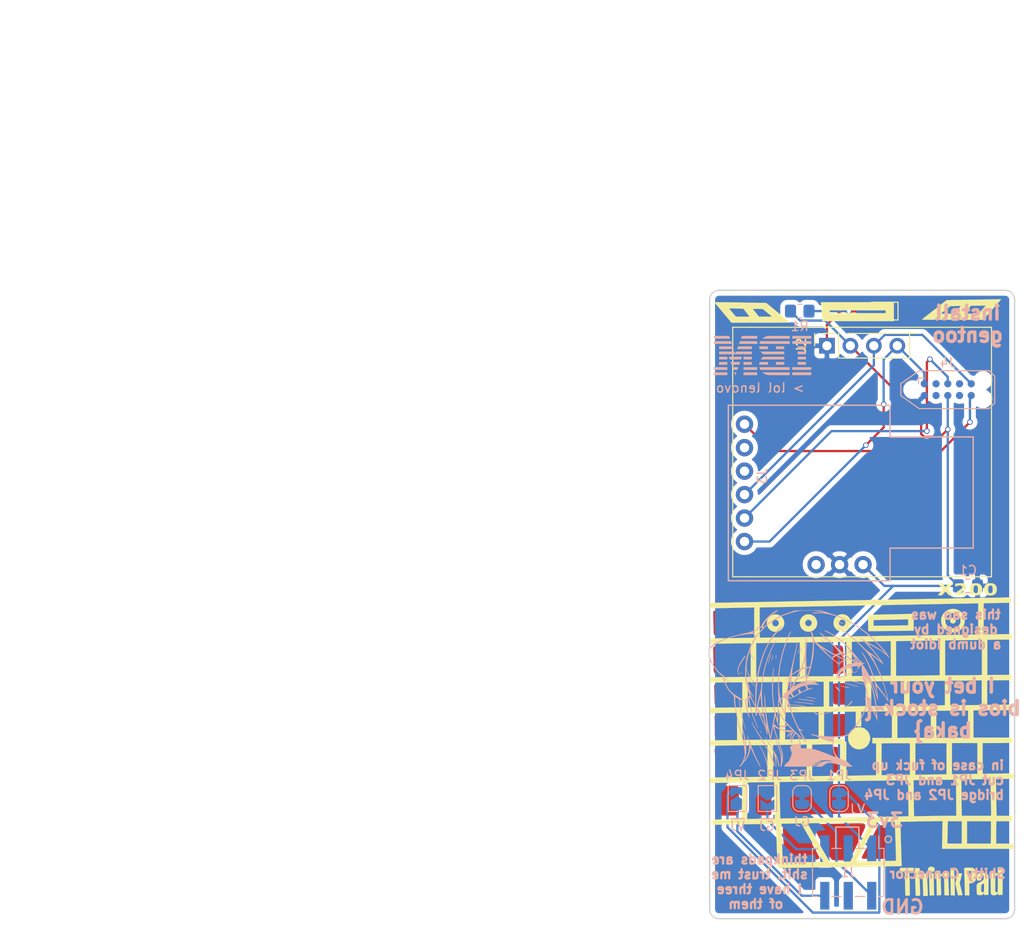
<source format=kicad_pcb>
(kicad_pcb (version 20171130) (host pcbnew 5.1.9+dfsg1-1)
  (layers (0 F.Cu signal) (31 B.Cu signal) (34 B.Paste user) (35 F.Paste user) (36 B.SilkS user) (37 F.SilkS user) (38 B.Mask user) (39 F.Mask user) (44 Edge.Cuts user))
  (net 0 "")
  (net 1 GND)
  (net 2 +3V3)
  (net 3 "Net-(J1-Pad3)")
  (net 4 "Net-(J1-Pad4)")
  (net 5 "Net-(J1-Pad5)")
  (net 6 "Net-(J1-Pad6)")
  (net 7 /SDA)
  (net 8 /SCL)
  (net 9 "Net-(D1-Pad2)")
  (net 10 "Net-(J1-Pad1)")
  (net 11 "Net-(J1-Pad2)")
  (net 12 /NRST)
  (net 13 /PB4)
  (net 14 /PB3)
  (net 15 /CIPO)
  (net 16 "Net-(J4-Pad4)")
  (net 17 "Net-(J4-Pad7)")
  (net 18 "Net-(J4-Pad2)")
  (net 19 "Net-(J4-Pad9)")
  (net 20 "Net-(J3-Pad7)")
  (module shitpad:ibm (layer B.Cu) (at 79.72 37.06 180)
    (fp_text reference G*** hide)
    (fp_text value LOGO hide)
  )
  (module shitpad:F.Cu_g27 (layer F.Cu) (at 88.92 62.21)
    (fp_text reference G*** hide)
    (fp_text value LOGO hide)
    (fp_poly (pts (xy 6.836834 4.296834) (xy 4.713111 4.296834) (xy 4.416847 4.296696) (xy 4.132577 4.296295) (xy 3.863155 4.295651) (xy 3.611435 4.294781) (xy 3.380272 4.293705) (xy 3.172519 4.292441) (xy 2.991031 4.291009) (xy 2.838663 4.289427) (xy 2.718267 4.287714) (xy 2.632699 4.285888) (xy 2.584813 4.28397) (xy 2.575278 4.282722) (xy 2.571572 4.258646) (xy 2.56823 4.197834) (xy 2.565386 4.105886) (xy 2.563172 3.988398) (xy 2.561722 3.850969) (xy 2.561169 3.699196) (xy 2.561167 3.690056) (xy 2.561167 3.1115) (xy 6.836834 3.1115) (xy 6.836834 4.296834)) (layer F.Cu) (width 0.01))
    (fp_poly (pts (xy -0.478462 2.912503) (xy -0.403421 2.918089) (xy -0.343256 2.930407) (xy -0.284263 2.951824) (xy -0.244895 2.969481) (xy -0.076304 3.067143) (xy 0.057874 3.188202) (xy 0.160426 3.335854) (xy 0.234143 3.513295) (xy 0.236601 3.521289) (xy 0.270289 3.701334) (xy 0.264291 3.880008) (xy 0.221065 4.051917) (xy 0.143066 4.211665) (xy 0.032752 4.353857) (xy -0.107421 4.4731) (xy -0.228765 4.543313) (xy -0.297492 4.572843) (xy -0.363716 4.591401) (xy -0.442272 4.601949) (xy -0.547998 4.607451) (xy -0.550333 4.607525) (xy -0.678806 4.607213) (xy -0.781536 4.598047) (xy -0.836083 4.585824) (xy -1.014973 4.50604) (xy -1.16585 4.396267) (xy -1.286411 4.260152) (xy -1.37435 4.101339) (xy -1.427364 3.923474) (xy -1.443149 3.7302) (xy -1.437053 3.635091) (xy -1.400452 3.481119) (xy -1.328514 3.33035) (xy -1.22789 3.191397) (xy -1.10523 3.072874) (xy -0.967184 2.983395) (xy -0.91619 2.960424) (xy -0.844581 2.935645) (xy -0.772386 2.920601) (xy -0.685269 2.913183) (xy -0.582083 2.911285) (xy -0.478462 2.912503)) (layer F.Cu) (width 0.01))
    (fp_poly (pts (xy -4.139311 2.93113) (xy -3.968799 2.970096) (xy -3.815954 3.040358) (xy -3.682986 3.13746) (xy -3.572107 3.256946) (xy -3.485528 3.394359) (xy -3.425458 3.545243) (xy -3.39411 3.705142) (xy -3.393695 3.869601) (xy -3.426422 4.034162) (xy -3.494504 4.19437) (xy -3.60015 4.345769) (xy -3.613997 4.361513) (xy -3.755248 4.488892) (xy -3.915146 4.578639) (xy -4.091554 4.630003) (xy -4.282336 4.642236) (xy -4.386386 4.6329) (xy -4.555879 4.588882) (xy -4.711914 4.509236) (xy -4.849056 4.399497) (xy -4.961868 4.265199) (xy -5.044913 4.111876) (xy -5.092755 3.945061) (xy -5.097833 3.908719) (xy -5.100703 3.715973) (xy -5.066574 3.534803) (xy -4.998738 3.369388) (xy -4.90049 3.22391) (xy -4.775121 3.102549) (xy -4.625925 3.009486) (xy -4.456194 2.948901) (xy -4.325279 2.927915) (xy -4.139311 2.93113)) (layer F.Cu) (width 0.01))
    (fp_poly (pts (xy -7.515191 2.970086) (xy -7.349292 3.04341) (xy -7.302704 3.072393) (xy -7.162098 3.189523) (xy -7.05446 3.327344) (xy -6.979435 3.480435) (xy -6.936666 3.643376) (xy -6.925799 3.810747) (xy -6.946479 3.977129) (xy -6.998351 4.137101) (xy -7.08106 4.285243) (xy -7.19425 4.416136) (xy -7.337566 4.52436) (xy -7.400069 4.558521) (xy -7.578889 4.625688) (xy -7.761235 4.650994) (xy -7.950612 4.63491) (xy -7.957708 4.633545) (xy -8.129157 4.579037) (xy -8.284822 4.488372) (xy -8.419341 4.366423) (xy -8.527352 4.218063) (xy -8.603495 4.048165) (xy -8.604219 4.045934) (xy -8.631329 3.911046) (xy -8.635695 3.757828) (xy -8.61844 3.60291) (xy -8.580687 3.462925) (xy -8.56183 3.418417) (xy -8.465154 3.262487) (xy -8.341206 3.134531) (xy -8.195781 3.036141) (xy -8.034672 2.968909) (xy -7.863675 2.934428) (xy -7.688583 2.934289) (xy -7.515191 2.970086)) (layer F.Cu) (width 0.01))
    (fp_poly (pts (xy 11.670381 2.377754) (xy 11.862611 2.436909) (xy 12.03973 2.527423) (xy 12.198012 2.646634) (xy 12.333725 2.791876) (xy 12.443143 2.960487) (xy 12.522535 3.149801) (xy 12.568172 3.357155) (xy 12.57804 3.513667) (xy 12.558232 3.733033) (xy 12.500894 3.937288) (xy 12.409152 4.123115) (xy 12.286134 4.287195) (xy 12.134967 4.426212) (xy 11.958778 4.536847) (xy 11.760693 4.615782) (xy 11.54384 4.659699) (xy 11.4935 4.664363) (xy 11.400072 4.667085) (xy 11.304682 4.66347) (xy 11.250084 4.657486) (xy 11.040782 4.603468) (xy 10.847536 4.513198) (xy 10.67471 4.390707) (xy 10.526667 4.240026) (xy 10.407771 4.065186) (xy 10.322385 3.870216) (xy 10.295841 3.776069) (xy 10.273256 3.618971) (xy 10.271859 3.444754) (xy 10.290712 3.271741) (xy 10.328874 3.118257) (xy 10.329637 3.11606) (xy 10.411662 2.940637) (xy 10.528099 2.776538) (xy 10.671448 2.631162) (xy 10.834207 2.511907) (xy 11.008877 2.42617) (xy 11.040326 2.415092) (xy 11.25551 2.364182) (xy 11.466771 2.352624) (xy 11.670381 2.377754)) (layer F.Cu) (width 0.01))
    (fp_poly (pts (xy 16.707112 1.911886) (xy 16.78059 1.923096) (xy 16.834752 1.940923) (xy 16.873409 1.965895) (xy 16.900376 1.998542) (xy 16.919465 2.039393) (xy 16.931369 2.077406) (xy 16.936614 2.116732) (xy 16.941814 2.193484) (xy 16.946895 2.302756) (xy 16.951787 2.439641) (xy 16.956418 2.59923) (xy 16.960719 2.776619) (xy 16.964616 2.966898) (xy 16.96804 3.165162) (xy 16.970918 3.366504) (xy 16.97318 3.566016) (xy 16.974754 3.758791) (xy 16.975569 3.939924) (xy 16.975555 4.104505) (xy 16.974639 4.24763) (xy 16.97275 4.36439) (xy 16.969818 4.449878) (xy 16.966446 4.49434) (xy 16.940344 4.605917) (xy 16.901816 4.673233) (xy 16.85235 4.73075) (xy 16.136133 4.73579) (xy 15.964506 4.736459) (xy 15.805138 4.736051) (xy 15.663291 4.734659) (xy 15.544227 4.732374) (xy 15.453209 4.729291) (xy 15.395499 4.725502) (xy 15.377584 4.722414) (xy 15.30648 4.670348) (xy 15.25865 4.585014) (xy 15.24298 4.529325) (xy 15.238955 4.490369) (xy 15.23495 4.413145) (xy 15.231052 4.301718) (xy 15.227348 4.160154) (xy 15.223926 3.992518) (xy 15.220872 3.802875) (xy 15.218275 3.595291) (xy 15.216222 3.373831) (xy 15.215323 3.242091) (xy 15.213853 2.987302) (xy 15.212773 2.77151) (xy 15.212175 2.591376) (xy 15.212149 2.443564) (xy 15.212789 2.324738) (xy 15.214185 2.231561) (xy 15.21643 2.160696) (xy 15.219616 2.108806) (xy 15.223835 2.072555) (xy 15.229178 2.048606) (xy 15.235737 2.033623) (xy 15.243604 2.024269) (xy 15.248969 2.019985) (xy 15.269505 2.006712) (xy 15.294458 1.995733) (xy 15.32886 1.986419) (xy 15.377738 1.978142) (xy 15.446123 1.970273) (xy 15.539045 1.962183) (xy 15.661533 1.953245) (xy 15.818616 1.942829) (xy 15.916524 1.936564) (xy 16.143777 1.922629) (xy 16.332649 1.912664) (xy 16.486954 1.907199) (xy 16.610504 1.906764) (xy 16.707112 1.911886)) (layer F.Cu) (width 0.01))
    (fp_poly (pts (xy -11.260559 2.373024) (xy -11.20775 2.373944) (xy -11.075366 2.37803) (xy -10.97721 2.383073) (xy -10.905175 2.390103) (xy -10.851157 2.400151) (xy -10.807049 2.414247) (xy -10.773371 2.429169) (xy -10.73307 2.45022) (xy -10.698494 2.473526) (xy -10.669114 2.502388) (xy -10.644403 2.540107) (xy -10.623832 2.589984) (xy -10.606873 2.655321) (xy -10.592997 2.739419) (xy -10.581678 2.84558) (xy -10.572386 2.977105) (xy -10.564594 3.137296) (xy -10.557773 3.329452) (xy -10.551395 3.556877) (xy -10.544932 3.822872) (xy -10.544001 3.862917) (xy -10.538533 4.121918) (xy -10.535353 4.34209) (xy -10.534864 4.526895) (xy -10.53747 4.679794) (xy -10.543574 4.804249) (xy -10.553578 4.903723) (xy -10.567886 4.981677) (xy -10.586902 5.041573) (xy -10.611027 5.086873) (xy -10.640666 5.121039) (xy -10.676221 5.147533) (xy -10.694816 5.158173) (xy -10.717369 5.167952) (xy -10.747921 5.176104) (xy -10.790796 5.182893) (xy -10.850316 5.188584) (xy -10.930804 5.193441) (xy -11.036581 5.197726) (xy -11.171971 5.201706) (xy -11.341295 5.205643) (xy -11.535833 5.209553) (xy -11.762505 5.213442) (xy -11.999388 5.216664) (xy -12.242225 5.219223) (xy -12.48676 5.221121) (xy -12.728737 5.222363) (xy -12.9639 5.222951) (xy -13.187992 5.222888) (xy -13.396758 5.222179) (xy -13.585942 5.220826) (xy -13.751286 5.218833) (xy -13.888535 5.216203) (xy -13.993434 5.212939) (xy -14.061724 5.209045) (xy -14.075994 5.20756) (xy -14.212231 5.183009) (xy -14.313821 5.146912) (xy -14.387783 5.095196) (xy -14.441136 5.023788) (xy -14.460033 4.98475) (xy -14.467048 4.956373) (xy -14.473367 4.904077) (xy -14.479093 4.825283) (xy -14.484329 4.717412) (xy -14.489177 4.577885) (xy -14.493741 4.404123) (xy -14.498122 4.193546) (xy -14.502424 3.943578) (xy -14.503027 3.90525) (xy -14.506503 3.696353) (xy -14.510267 3.495981) (xy -14.514198 3.309014) (xy -14.518175 3.140335) (xy -14.522074 2.994824) (xy -14.525775 2.877365) (xy -14.529156 2.792838) (xy -14.531892 2.748207) (xy -14.536742 2.665319) (xy -14.531394 2.599567) (xy -14.511609 2.548699) (xy -14.473145 2.510465) (xy -14.411765 2.482613) (xy -14.323228 2.462892) (xy -14.203296 2.449052) (xy -14.047727 2.438841) (xy -13.939538 2.433696) (xy -13.761944 2.426464) (xy -13.560291 2.419238) (xy -13.339846 2.412131) (xy -13.105876 2.40526) (xy -12.863648 2.39874) (xy -12.618428 2.392685) (xy -12.375484 2.387211) (xy -12.140082 2.382434) (xy -11.917491 2.378468) (xy -11.712976 2.375429) (xy -11.531804 2.373432) (xy -11.379243 2.372592) (xy -11.260559 2.373024)) (layer F.Cu) (width 0.01))
    (fp_poly (pts (xy 16.961871 6.204732) (xy 17.001154 6.209885) (xy 17.02834 6.218382) (xy 17.049472 6.230618) (xy 17.065115 6.242592) (xy 17.087209 6.261579) (xy 17.106086 6.282664) (xy 17.122003 6.309146) (xy 17.135219 6.344325) (xy 17.145991 6.391503) (xy 17.154576 6.453979) (xy 17.161234 6.535053) (xy 17.166221 6.638026) (xy 17.169796 6.766199) (xy 17.172216 6.922871) (xy 17.173739 7.111343) (xy 17.174624 7.334916) (xy 17.175127 7.596888) (xy 17.175201 7.65175) (xy 17.175206 7.873537) (xy 17.17466 8.083868) (xy 17.173612 8.278705) (xy 17.172109 8.454011) (xy 17.170199 8.605748) (xy 17.167929 8.729879) (xy 17.165347 8.822367) (xy 17.162501 8.879174) (xy 17.160539 8.895024) (xy 17.150631 8.926046) (xy 17.137203 8.951226) (xy 17.116012 8.971264) (xy 17.082817 8.986863) (xy 17.033374 8.998722) (xy 16.963441 9.007545) (xy 16.868775 9.014031) (xy 16.745135 9.018882) (xy 16.588276 9.0228) (xy 16.393958 9.026486) (xy 16.361816 9.027053) (xy 16.158203 9.030221) (xy 15.992932 9.031791) (xy 15.862042 9.031685) (xy 15.761569 9.029827) (xy 15.687549 9.026138) (xy 15.636021 9.020543) (xy 15.603021 9.012962) (xy 15.600879 9.0122) (xy 15.529409 8.966649) (xy 15.484462 8.911167) (xy 15.475297 8.894251) (xy 15.467468 8.874983) (xy 15.460828 8.849956) (xy 15.455228 8.815763) (xy 15.450522 8.768996) (xy 15.446562 8.706248) (xy 15.443201 8.624111) (xy 15.440291 8.519179) (xy 15.437685 8.388043) (xy 15.435236 8.227297) (xy 15.432796 8.033533) (xy 15.430219 7.803343) (xy 15.428155 7.609417) (xy 15.425347 7.341917) (xy 15.423153 7.113586) (xy 15.421816 6.92126) (xy 15.421579 6.761777) (xy 15.422684 6.631974) (xy 15.425375 6.528687) (xy 15.429893 6.448753) (xy 15.436482 6.389011) (xy 15.445384 6.346295) (xy 15.456843 6.317444) (xy 15.4711 6.299294) (xy 15.488399 6.288683) (xy 15.508981 6.282447) (xy 15.530325 6.278) (xy 15.598108 6.267742) (xy 15.701687 6.256977) (xy 15.834535 6.246137) (xy 15.990122 6.235655) (xy 16.161923 6.225963) (xy 16.34341 6.217493) (xy 16.528054 6.210677) (xy 16.562917 6.209606) (xy 16.711015 6.205358) (xy 16.822845 6.202865) (xy 16.904449 6.202524) (xy 16.961871 6.204732)) (layer F.Cu) (width 0.01))
    (fp_poly (pts (xy 13.699747 6.065786) (xy 13.815218 6.066909) (xy 13.903323 6.069152) (xy 13.969049 6.072788) (xy 14.017387 6.078093) (xy 14.053323 6.085341) (xy 14.081847 6.094807) (xy 14.107584 6.106584) (xy 14.179129 6.156965) (xy 14.233634 6.233047) (xy 14.242323 6.249878) (xy 14.257342 6.282173) (xy 14.269293 6.315259) (xy 14.278738 6.354698) (xy 14.286241 6.406051) (xy 14.292363 6.474881) (xy 14.297667 6.566749) (xy 14.302716 6.687217) (xy 14.308072 6.841847) (xy 14.310833 6.927211) (xy 14.316002 7.108468) (xy 14.320968 7.319094) (xy 14.325492 7.546126) (xy 14.329333 7.7766) (xy 14.332252 7.997552) (xy 14.333843 8.170334) (xy 14.334959 8.358239) (xy 14.335288 8.508992) (xy 14.334587 8.62777) (xy 14.332614 8.71975) (xy 14.329124 8.790111) (xy 14.323876 8.84403) (xy 14.316626 8.886683) (xy 14.307132 8.923249) (xy 14.297083 8.9535) (xy 14.266986 9.026042) (xy 14.233471 9.071695) (xy 14.184916 9.105101) (xy 14.171084 9.11225) (xy 14.153266 9.12055) (xy 14.133341 9.127701) (xy 14.108167 9.133798) (xy 14.074601 9.138937) (xy 14.029501 9.143212) (xy 13.969724 9.146719) (xy 13.892129 9.149552) (xy 13.793572 9.151807) (xy 13.670911 9.153579) (xy 13.521005 9.154962) (xy 13.34071 9.156053) (xy 13.126885 9.156945) (xy 12.876386 9.157735) (xy 12.647084 9.158357) (xy 12.381109 9.15876) (xy 12.132246 9.158558) (xy 11.903587 9.157783) (xy 11.698222 9.156468) (xy 11.519245 9.154645) (xy 11.369748 9.152347) (xy 11.252823 9.149606) (xy 11.171562 9.146455) (xy 11.129056 9.142927) (xy 11.126114 9.142343) (xy 11.020297 9.106244) (xy 10.942896 9.052556) (xy 10.888421 8.974589) (xy 10.851382 8.86565) (xy 10.836286 8.789085) (xy 10.832152 8.742817) (xy 10.828303 8.659156) (xy 10.824832 8.543042) (xy 10.821828 8.399414) (xy 10.819384 8.233214) (xy 10.81759 8.049379) (xy 10.816537 7.852851) (xy 10.816289 7.705765) (xy 10.815592 7.421) (xy 10.813588 7.174288) (xy 10.810296 6.966443) (xy 10.805735 6.798276) (xy 10.799922 6.670601) (xy 10.792875 6.584229) (xy 10.790948 6.569361) (xy 10.776979 6.430518) (xy 10.782939 6.325508) (xy 10.812322 6.249153) (xy 10.86862 6.196273) (xy 10.955325 6.161689) (xy 11.075931 6.140224) (xy 11.08075 6.139653) (xy 11.165369 6.131928) (xy 11.286927 6.123909) (xy 11.440029 6.115769) (xy 11.619285 6.107684) (xy 11.8193 6.099826) (xy 12.034683 6.092372) (xy 12.260041 6.085494) (xy 12.489981 6.079367) (xy 12.71911 6.074165) (xy 12.942036 6.070063) (xy 13.153367 6.067234) (xy 13.347708 6.065853) (xy 13.36675 6.0658) (xy 13.55192 6.065508) (xy 13.699747 6.065786)) (layer F.Cu) (width 0.01))
    (fp_poly (pts (xy 9.074 6.082762) (xy 9.218576 6.093217) (xy 9.334659 6.110678) (xy 9.425686 6.136231) (xy 9.495098 6.170963) (xy 9.546332 6.21596) (xy 9.582828 6.272307) (xy 9.608024 6.341092) (xy 9.62536 6.4234) (xy 9.63086 6.460329) (xy 9.635058 6.508206) (xy 9.639994 6.593609) (xy 9.645487 6.711743) (xy 9.651355 6.857811) (xy 9.657417 7.027017) (xy 9.663491 7.214564) (xy 9.669394 7.415657) (xy 9.674846 7.621502) (xy 9.681759 7.909035) (xy 9.686635 8.157263) (xy 9.688846 8.369191) (xy 9.687765 8.547826) (xy 9.682763 8.696172) (xy 9.673213 8.817234) (xy 9.658487 8.914017) (xy 9.637958 8.989528) (xy 9.610997 9.046771) (xy 9.576977 9.088751) (xy 9.535269 9.118473) (xy 9.485247 9.138944) (xy 9.426283 9.153168) (xy 9.357748 9.16415) (xy 9.352441 9.164894) (xy 9.30534 9.168554) (xy 9.220254 9.172081) (xy 9.101533 9.175449) (xy 8.953525 9.17863) (xy 8.780581 9.181597) (xy 8.587049 9.184322) (xy 8.377277 9.186778) (xy 8.155615 9.188938) (xy 7.926413 9.190774) (xy 7.694018 9.19226) (xy 7.46278 9.193368) (xy 7.237048 9.19407) (xy 7.021171 9.19434) (xy 6.819497 9.19415) (xy 6.636377 9.193473) (xy 6.476159 9.192281) (xy 6.343192 9.190547) (xy 6.241825 9.188245) (xy 6.176407 9.185345) (xy 6.170084 9.184867) (xy 6.044254 9.171469) (xy 5.950857 9.153117) (xy 5.88003 9.12664) (xy 5.821911 9.088869) (xy 5.793599 9.063867) (xy 5.766144 9.035859) (xy 5.74289 9.006058) (xy 5.723477 8.970864) (xy 5.707546 8.926675) (xy 5.694735 8.86989) (xy 5.684687 8.796911) (xy 5.677041 8.704134) (xy 5.671437 8.587961) (xy 5.667516 8.44479) (xy 5.664918 8.271021) (xy 5.663283 8.063053) (xy 5.662251 7.817286) (xy 5.662038 7.747) (xy 5.660897 7.480633) (xy 5.659081 7.253727) (xy 5.656514 7.063414) (xy 5.653121 6.906825) (xy 5.648825 6.781093) (xy 5.643552 6.683349) (xy 5.637226 6.610725) (xy 5.630931 6.566424) (xy 5.615734 6.432175) (xy 5.625809 6.329534) (xy 5.661854 6.255639) (xy 5.717685 6.211029) (xy 5.755571 6.198268) (xy 5.819435 6.18618) (xy 5.910694 6.174696) (xy 6.030765 6.163751) (xy 6.181064 6.153278) (xy 6.363007 6.143208) (xy 6.578012 6.133476) (xy 6.827494 6.124014) (xy 7.112871 6.114755) (xy 7.435559 6.105633) (xy 7.796975 6.09658) (xy 8.198534 6.087529) (xy 8.434917 6.082571) (xy 8.685609 6.078525) (xy 8.89749 6.078227) (xy 9.074 6.082762)) (layer F.Cu) (width 0.01))
    (fp_poly (pts (xy 3.744084 6.141012) (xy 3.805848 6.142232) (xy 3.970069 6.151414) (xy 4.09754 6.169131) (xy 4.193467 6.198284) (xy 4.263056 6.241773) (xy 4.311516 6.302501) (xy 4.34405 6.383368) (xy 4.359639 6.450831) (xy 4.365058 6.498745) (xy 4.370872 6.583768) (xy 4.376943 6.700681) (xy 4.383133 6.844264) (xy 4.389303 7.009296) (xy 4.395315 7.190556) (xy 4.401032 7.382826) (xy 4.406314 7.580884) (xy 4.411023 7.779511) (xy 4.415021 7.973486) (xy 4.41817 8.157589) (xy 4.420332 8.3266) (xy 4.421367 8.475298) (xy 4.421138 8.598464) (xy 4.419507 8.690878) (xy 4.419216 8.6995) (xy 4.413131 8.824741) (xy 4.40432 8.917681) (xy 4.391293 8.988334) (xy 4.372556 9.046714) (xy 4.364711 9.06534) (xy 4.350989 9.09749) (xy 4.338405 9.125416) (xy 4.324053 9.14942) (xy 4.305029 9.169809) (xy 4.278426 9.186885) (xy 4.241338 9.200953) (xy 4.190862 9.212316) (xy 4.124091 9.22128) (xy 4.03812 9.228149) (xy 3.930043 9.233225) (xy 3.796955 9.236815) (xy 3.635951 9.239221) (xy 3.444125 9.240748) (xy 3.218572 9.2417) (xy 2.956386 9.242381) (xy 2.667 9.243064) (xy 2.402549 9.243462) (xy 2.153328 9.243292) (xy 1.922549 9.242586) (xy 1.713424 9.241377) (xy 1.529166 9.239696) (xy 1.372987 9.237575) (xy 1.248099 9.235047) (xy 1.157714 9.232143) (xy 1.105045 9.228896) (xy 1.094687 9.227376) (xy 0.986783 9.192256) (xy 0.910773 9.143997) (xy 0.856625 9.075308) (xy 0.83952 9.041956) (xy 0.829437 9.018938) (xy 0.820883 8.994655) (xy 0.813674 8.965445) (xy 0.807628 8.927643) (xy 0.802559 8.877587) (xy 0.798284 8.811612) (xy 0.79462 8.726058) (xy 0.791382 8.617259) (xy 0.788386 8.481552) (xy 0.78545 8.315276) (xy 0.782388 8.114765) (xy 0.779017 7.876358) (xy 0.778252 7.821084) (xy 0.775016 7.601015) (xy 0.771522 7.388922) (xy 0.767873 7.189499) (xy 0.764173 7.00744) (xy 0.760524 6.847437) (xy 0.757029 6.714184) (xy 0.75379 6.612375) (xy 0.750911 6.546704) (xy 0.750083 6.534104) (xy 0.745663 6.451187) (xy 0.749236 6.384685) (xy 0.764921 6.332534) (xy 0.796834 6.292669) (xy 0.849095 6.263027) (xy 0.925821 6.241544) (xy 1.031129 6.226155) (xy 1.169137 6.214797) (xy 1.343964 6.205405) (xy 1.412013 6.202316) (xy 1.638734 6.19278) (xy 1.877842 6.183651) (xy 2.124229 6.175059) (xy 2.372783 6.167131) (xy 2.618394 6.159996) (xy 2.855952 6.153782) (xy 3.080347 6.148617) (xy 3.286468 6.144629) (xy 3.469204 6.141947) (xy 3.623446 6.140698) (xy 3.744084 6.141012)) (layer F.Cu) (width 0.01))
    (fp_poly (pts (xy -1.106882 6.217864) (xy -0.95532 6.221431) (xy -0.837305 6.226831) (xy -0.756034 6.234081) (xy -0.721613 6.240592) (xy -0.615013 6.290495) (xy -0.540095 6.367611) (xy -0.494315 6.474736) (xy -0.489265 6.496048) (xy -0.482547 6.546872) (xy -0.475587 6.634787) (xy -0.468537 6.75455) (xy -0.461547 6.900921) (xy -0.454766 7.068659) (xy -0.448346 7.252521) (xy -0.442436 7.447267) (xy -0.437186 7.647656) (xy -0.432747 7.848446) (xy -0.429269 8.044395) (xy -0.426902 8.230263) (xy -0.425796 8.400809) (xy -0.426103 8.55079) (xy -0.427462 8.652303) (xy -0.43265 8.828396) (xy -0.441822 8.967081) (xy -0.457402 9.073254) (xy -0.481813 9.151813) (xy -0.517479 9.207653) (xy -0.566825 9.245671) (xy -0.632273 9.270764) (xy -0.716247 9.287827) (xy -0.744059 9.291924) (xy -0.790787 9.295552) (xy -0.875369 9.299067) (xy -0.993327 9.302438) (xy -1.14018 9.305633) (xy -1.311449 9.308622) (xy -1.502656 9.311373) (xy -1.70932 9.313854) (xy -1.926964 9.316036) (xy -2.151107 9.317886) (xy -2.377271 9.319374) (xy -2.600976 9.320467) (xy -2.817743 9.321136) (xy -3.023093 9.321348) (xy -3.212547 9.321072) (xy -3.381625 9.320278) (xy -3.525849 9.318934) (xy -3.640739 9.317008) (xy -3.721815 9.31447) (xy -3.749496 9.31287) (xy -3.909353 9.290351) (xy -4.032947 9.249431) (xy -4.122644 9.189016) (xy -4.177192 9.115422) (xy -4.193369 9.075183) (xy -4.207195 9.021042) (xy -4.218835 8.949869) (xy -4.228455 8.858534) (xy -4.236223 8.743907) (xy -4.242305 8.602858) (xy -4.246868 8.432257) (xy -4.250077 8.228974) (xy -4.2521 7.989879) (xy -4.253103 7.711842) (xy -4.253144 7.687577) (xy -4.254201 7.443915) (xy -4.25651 7.228325) (xy -4.260001 7.043511) (xy -4.264604 6.892173) (xy -4.270251 6.777013) (xy -4.276872 6.700732) (xy -4.278857 6.686918) (xy -4.291314 6.589346) (xy -4.29065 6.516138) (xy -4.278111 6.455644) (xy -4.266054 6.4194) (xy -4.251047 6.388805) (xy -4.229524 6.363222) (xy -4.197922 6.342018) (xy -4.152676 6.324555) (xy -4.090221 6.3102) (xy -4.006994 6.298315) (xy -3.899431 6.288266) (xy -3.763967 6.279418) (xy -3.597037 6.271134) (xy -3.395079 6.262779) (xy -3.154527 6.253718) (xy -3.14325 6.253303) (xy -2.838457 6.24281) (xy -2.541624 6.234016) (xy -2.255948 6.226937) (xy -1.984629 6.221591) (xy -1.730864 6.217993) (xy -1.497853 6.216162) (xy -1.288793 6.216114) (xy -1.106882 6.217864)) (layer F.Cu) (width 0.01))
    (fp_poly (pts (xy -6.246427 6.245885) (xy -6.071785 6.251821) (xy -5.931024 6.263143) (xy -5.819972 6.28102) (xy -5.734457 6.306624) (xy -5.670309 6.341123) (xy -5.623356 6.385686) (xy -5.589426 6.441485) (xy -5.569284 6.493665) (xy -5.559216 6.545628) (xy -5.549381 6.636097) (xy -5.53993 6.761246) (xy -5.531015 6.917247) (xy -5.522786 7.100274) (xy -5.515397 7.3065) (xy -5.508997 7.532099) (xy -5.503739 7.773242) (xy -5.499773 8.026104) (xy -5.497253 8.286858) (xy -5.497054 8.3185) (xy -5.495989 8.514024) (xy -5.495495 8.671965) (xy -5.495811 8.797071) (xy -5.497174 8.894092) (xy -5.499821 8.967775) (xy -5.50399 9.022871) (xy -5.509918 9.064127) (xy -5.517843 9.096293) (xy -5.528002 9.124117) (xy -5.53852 9.147789) (xy -5.571553 9.208516) (xy -5.611064 9.253664) (xy -5.663974 9.286063) (xy -5.7372 9.308543) (xy -5.837663 9.323934) (xy -5.97228 9.335066) (xy -6.00075 9.336841) (xy -6.075172 9.340007) (xy -6.184075 9.342786) (xy -6.323263 9.345182) (xy -6.488545 9.347198) (xy -6.675726 9.348839) (xy -6.880613 9.350108) (xy -7.099013 9.351011) (xy -7.326732 9.351551) (xy -7.559576 9.351732) (xy -7.793353 9.351559) (xy -8.023869 9.351035) (xy -8.24693 9.350164) (xy -8.458343 9.348952) (xy -8.653915 9.347401) (xy -8.829452 9.345516) (xy -8.980761 9.343301) (xy -9.103649 9.34076) (xy -9.193921 9.337898) (xy -9.247384 9.334718) (xy -9.255977 9.333643) (xy -9.380955 9.301735) (xy -9.473674 9.250977) (xy -9.541884 9.176359) (xy -9.567333 9.132309) (xy -9.62025 9.027584) (xy -9.632532 7.9375) (xy -9.636162 7.652578) (xy -9.640205 7.408045) (xy -9.644722 7.201959) (xy -9.649779 7.03238) (xy -9.655437 6.897363) (xy -9.66176 6.794968) (xy -9.66881 6.723252) (xy -9.67284 6.697146) (xy -9.686646 6.615889) (xy -9.690445 6.561324) (xy -9.683463 6.518829) (xy -9.664928 6.47378) (xy -9.660557 6.464784) (xy -9.624834 6.407782) (xy -9.577837 6.37387) (xy -9.525 6.355079) (xy -9.476767 6.346742) (xy -9.390234 6.337913) (xy -9.269429 6.328737) (xy -9.11838 6.31936) (xy -8.941115 6.309928) (xy -8.741664 6.300586) (xy -8.524053 6.291481) (xy -8.292312 6.282758) (xy -8.050469 6.274563) (xy -7.802551 6.267041) (xy -7.552587 6.260339) (xy -7.304606 6.254601) (xy -7.062635 6.249974) (xy -6.830703 6.246604) (xy -6.612838 6.244635) (xy -6.459122 6.244167) (xy -6.246427 6.245885)) (layer F.Cu) (width 0.01))
    (fp_poly (pts (xy -11.371601 6.227738) (xy -11.289201 6.230067) (xy -11.273835 6.230979) (xy -11.117495 6.24748) (xy -10.997627 6.274728) (xy -10.908988 6.316251) (xy -10.846337 6.375572) (xy -10.804432 6.456218) (xy -10.778031 6.561714) (xy -10.777509 6.56479) (xy -10.7725 6.612663) (xy -10.766842 6.698123) (xy -10.760726 6.816433) (xy -10.754343 6.962854) (xy -10.747885 7.13265) (xy -10.741544 7.321083) (xy -10.735511 7.523415) (xy -10.729978 7.734908) (xy -10.729626 7.749426) (xy -10.72287 8.041284) (xy -10.718093 8.293761) (xy -10.715952 8.50979) (xy -10.717103 8.692303) (xy -10.722202 8.844233) (xy -10.731906 8.968511) (xy -10.746871 9.068071) (xy -10.767755 9.145844) (xy -10.795213 9.204762) (xy -10.829902 9.247759) (xy -10.872479 9.277765) (xy -10.9236 9.297714) (xy -10.983921 9.310538) (xy -11.054099 9.319168) (xy -11.08166 9.321792) (xy -11.136144 9.324881) (xy -11.227465 9.327804) (xy -11.351119 9.33054) (xy -11.502601 9.333071) (xy -11.677406 9.335377) (xy -11.871029 9.337438) (xy -12.078965 9.339236) (xy -12.296712 9.340751) (xy -12.519762 9.341964) (xy -12.743612 9.342855) (xy -12.963758 9.343406) (xy -13.175694 9.343596) (xy -13.374916 9.343406) (xy -13.55692 9.342818) (xy -13.7172 9.341812) (xy -13.851252 9.340368) (xy -13.954571 9.338467) (xy -14.022653 9.33609) (xy -14.044083 9.334501) (xy -14.129401 9.322238) (xy -14.206657 9.306894) (xy -14.25575 9.292913) (xy -14.346968 9.23858) (xy -14.421172 9.158752) (xy -14.460535 9.081703) (xy -14.467346 9.039671) (xy -14.473844 8.956136) (xy -14.480036 8.830963) (xy -14.485924 8.664015) (xy -14.491515 8.455155) (xy -14.496812 8.204247) (xy -14.501821 7.911155) (xy -14.502229 7.884584) (xy -14.505768 7.665193) (xy -14.509542 7.454326) (xy -14.513443 7.256592) (xy -14.517365 7.076601) (xy -14.521199 6.918962) (xy -14.524837 6.788286) (xy -14.528172 6.689182) (xy -14.531095 6.62626) (xy -14.53196 6.614114) (xy -14.533983 6.505185) (xy -14.515322 6.428406) (xy -14.471358 6.376763) (xy -14.397473 6.343242) (xy -14.345283 6.33056) (xy -14.292532 6.323693) (xy -14.201964 6.316197) (xy -14.078088 6.308218) (xy -13.925414 6.299904) (xy -13.748449 6.291399) (xy -13.551704 6.282851) (xy -13.339688 6.274405) (xy -13.116909 6.266207) (xy -12.887877 6.258405) (xy -12.657101 6.251143) (xy -12.42909 6.244569) (xy -12.208353 6.238827) (xy -11.999399 6.234066) (xy -11.806738 6.23043) (xy -11.634879 6.228066) (xy -11.48833 6.22712) (xy -11.371601 6.227738)) (layer F.Cu) (width 0.01))
    (fp_poly (pts (xy 16.799929 10.147371) (xy 16.889083 10.151527) (xy 16.957466 10.160072) (xy 17.008655 10.173275) (xy 17.046229 10.191407) (xy 17.073766 10.214735) (xy 17.094845 10.243528) (xy 17.110469 10.27273) (xy 17.119917 10.294712) (xy 17.127838 10.321205) (xy 17.134423 10.356148) (xy 17.139862 10.403482) (xy 17.144347 10.467146) (xy 17.148069 10.551079) (xy 17.151218 10.659221) (xy 17.153987 10.795513) (xy 17.156565 10.963894) (xy 17.159145 11.168302) (xy 17.160773 11.309897) (xy 17.163314 11.555952) (xy 17.16477 11.763212) (xy 17.16488 11.935208) (xy 17.163386 12.075471) (xy 17.160028 12.18753) (xy 17.154548 12.274917) (xy 17.146686 12.341162) (xy 17.136184 12.389795) (xy 17.122781 12.424348) (xy 17.10622 12.44835) (xy 17.08624 12.465333) (xy 17.07549 12.471954) (xy 17.039541 12.480413) (xy 16.967473 12.487772) (xy 16.865484 12.493995) (xy 16.739774 12.499045) (xy 16.596543 12.502886) (xy 16.441991 12.50548) (xy 16.282317 12.506792) (xy 16.123721 12.506784) (xy 15.972404 12.505422) (xy 15.834563 12.502667) (xy 15.716401 12.498483) (xy 15.624115 12.492834) (xy 15.563906 12.485684) (xy 15.546404 12.480962) (xy 15.519143 12.468063) (xy 15.496169 12.45368) (xy 15.477063 12.434272) (xy 15.461406 12.406297) (xy 15.448778 12.366212) (xy 15.43876 12.310476) (xy 15.430931 12.235546) (xy 15.424874 12.137881) (xy 15.420168 12.013939) (xy 15.416394 11.860178) (xy 15.413133 11.673055) (xy 15.409965 11.449029) (xy 15.408173 11.313584) (xy 15.405683 11.109663) (xy 15.403718 10.918362) (xy 15.402293 10.74391) (xy 15.401427 10.590532) (xy 15.401137 10.462456) (xy 15.40144 10.363909) (xy 15.402352 10.299118) (xy 15.403892 10.272311) (xy 15.403944 10.272149) (xy 15.421993 10.250739) (xy 15.46205 10.232872) (xy 15.528212 10.217839) (xy 15.624573 10.204927) (xy 15.755227 10.193426) (xy 15.917334 10.183017) (xy 16.164024 10.169262) (xy 16.37205 10.15855) (xy 16.54499 10.151152) (xy 16.686424 10.147336) (xy 16.799929 10.147371)) (layer F.Cu) (width 0.01))
    (fp_poly (pts (xy 13.917835 10.146863) (xy 14.009831 10.150586) (xy 14.083976 10.156281) (xy 14.142988 10.163997) (xy 14.189583 10.173785) (xy 14.226478 10.185694) (xy 14.256392 10.199772) (xy 14.28204 10.21607) (xy 14.287258 10.219867) (xy 14.312132 10.240631) (xy 14.332999 10.265394) (xy 14.350336 10.298029) (xy 14.364626 10.342406) (xy 14.376348 10.402397) (xy 14.385981 10.481871) (xy 14.394007 10.584702) (xy 14.400905 10.714759) (xy 14.407156 10.875914) (xy 14.413239 11.072037) (xy 14.418972 11.281834) (xy 14.425702 11.535355) (xy 14.430646 11.74988) (xy 14.432642 11.928738) (xy 14.430524 12.07526) (xy 14.42313 12.192779) (xy 14.409295 12.284625) (xy 14.387856 12.354129) (xy 14.357648 12.404622) (xy 14.317509 12.439436) (xy 14.266274 12.461901) (xy 14.202779 12.47535) (xy 14.125861 12.483112) (xy 14.034355 12.48852) (xy 13.996667 12.490586) (xy 13.906731 12.494393) (xy 13.785518 12.497624) (xy 13.638033 12.500286) (xy 13.469285 12.502385) (xy 13.284279 12.503929) (xy 13.088023 12.504923) (xy 12.885525 12.505374) (xy 12.68179 12.50529) (xy 12.481827 12.504676) (xy 12.290642 12.50354) (xy 12.113243 12.501888) (xy 11.954636 12.499727) (xy 11.819828 12.497063) (xy 11.713826 12.493903) (xy 11.641639 12.490255) (xy 11.613881 12.487409) (xy 11.540651 12.469683) (xy 11.476558 12.445267) (xy 11.458655 12.435335) (xy 11.431942 12.416621) (xy 11.409475 12.396) (xy 11.390822 12.369788) (xy 11.375551 12.334299) (xy 11.363232 12.28585) (xy 11.353431 12.220757) (xy 11.345717 12.135334) (xy 11.339658 12.025897) (xy 11.334822 11.888763) (xy 11.330778 11.720245) (xy 11.327093 11.516661) (xy 11.323448 11.281834) (xy 11.320858 11.08298) (xy 11.31918 10.89647) (xy 11.318401 10.726708) (xy 11.318505 10.5781) (xy 11.319479 10.455051) (xy 11.321307 10.361964) (xy 11.323976 10.303245) (xy 11.32673 10.283926) (xy 11.343993 10.264193) (xy 11.37645 10.247432) (xy 11.427707 10.233231) (xy 11.501371 10.221174) (xy 11.601046 10.210847) (xy 11.730339 10.201838) (xy 11.892856 10.193731) (xy 12.092201 10.186113) (xy 12.213167 10.182159) (xy 12.54579 10.171881) (xy 12.838824 10.163181) (xy 13.094987 10.156107) (xy 13.316996 10.150708) (xy 13.507568 10.147035) (xy 13.669421 10.145137) (xy 13.80527 10.145064) (xy 13.917835 10.146863)) (layer F.Cu) (width 0.01))
    (fp_poly (pts (xy 9.563971 10.204507) (xy 9.62025 10.205411) (xy 9.773007 10.210594) (xy 9.889481 10.219288) (xy 9.97569 10.233401) (xy 10.037655 10.254841) (xy 10.081394 10.285516) (xy 10.112927 10.327335) (xy 10.132449 10.367781) (xy 10.144751 10.418014) (xy 10.156005 10.503914) (xy 10.166128 10.620075) (xy 10.175035 10.761093) (xy 10.182644 10.921563) (xy 10.188871 11.096078) (xy 10.193633 11.279235) (xy 10.196846 11.465627) (xy 10.198426 11.64985) (xy 10.198291 11.826498) (xy 10.196357 11.990167) (xy 10.19254 12.13545) (xy 10.186757 12.256943) (xy 10.178924 12.34924) (xy 10.168959 12.406937) (xy 10.164123 12.419542) (xy 10.126407 12.466279) (xy 10.080835 12.504209) (xy 10.06674 12.511824) (xy 10.047301 12.518354) (xy 10.019302 12.523895) (xy 9.979529 12.528548) (xy 9.924764 12.532409) (xy 9.851792 12.535578) (xy 9.757397 12.538153) (xy 9.638362 12.540231) (xy 9.491472 12.541912) (xy 9.31351 12.543293) (xy 9.101261 12.544473) (xy 8.851509 12.54555) (xy 8.711038 12.546082) (xy 8.432013 12.546953) (xy 8.192331 12.547327) (xy 7.989004 12.547151) (xy 7.819045 12.546374) (xy 7.679465 12.544944) (xy 7.567278 12.542811) (xy 7.479495 12.539922) (xy 7.413128 12.536227) (xy 7.36519 12.531672) (xy 7.332693 12.526208) (xy 7.318175 12.522049) (xy 7.272465 12.505368) (xy 7.234522 12.488906) (xy 7.203553 12.46878) (xy 7.17876 12.441105) (xy 7.159349 12.401997) (xy 7.144524 12.347572) (xy 7.13349 12.273947) (xy 7.125451 12.177236) (xy 7.119613 12.053556) (xy 7.115179 11.899023) (xy 7.111355 11.709753) (xy 7.107549 11.4935) (xy 7.103914 11.301462) (xy 7.099936 11.118002) (xy 7.095766 10.948504) (xy 7.091561 10.798348) (xy 7.087472 10.672917) (xy 7.083653 10.577592) (xy 7.080259 10.517755) (xy 7.079432 10.508352) (xy 7.075744 10.413723) (xy 7.091493 10.348706) (xy 7.132631 10.306529) (xy 7.205106 10.280421) (xy 7.292143 10.266246) (xy 7.355481 10.260741) (xy 7.455726 10.254837) (xy 7.587458 10.248677) (xy 7.745255 10.242402) (xy 7.923694 10.236153) (xy 8.117354 10.230074) (xy 8.320813 10.224305) (xy 8.528649 10.218987) (xy 8.735441 10.214264) (xy 8.935767 10.210275) (xy 9.124204 10.207164) (xy 9.295332 10.205071) (xy 9.443728 10.204138) (xy 9.563971 10.204507)) (layer F.Cu) (width 0.01))
    (fp_poly (pts (xy 5.28736 10.225727) (xy 5.334 10.2265) (xy 5.486285 10.23123) (xy 5.602275 10.23889) (xy 5.687995 10.25143) (xy 5.749474 10.2708) (xy 5.792737 10.298951) (xy 5.823811 10.337831) (xy 5.848722 10.389392) (xy 5.850414 10.393584) (xy 5.860306 10.425157) (xy 5.868858 10.469437) (xy 5.876367 10.5307) (xy 5.88313 10.61322) (xy 5.889445 10.721271) (xy 5.895606 10.859128) (xy 5.901913 11.031064) (xy 5.908164 11.225189) (xy 5.915897 11.489164) (xy 5.921287 11.714131) (xy 5.923903 11.90337) (xy 5.923316 12.060164) (xy 5.919096 12.187793) (xy 5.910813 12.28954) (xy 5.898035 12.368685) (xy 5.880333 12.428511) (xy 5.857278 12.472299) (xy 5.828438 12.50333) (xy 5.793383 12.524885) (xy 5.751684 12.540247) (xy 5.73517 12.544838) (xy 5.694941 12.549812) (xy 5.617202 12.554259) (xy 5.506587 12.558175) (xy 5.367729 12.561554) (xy 5.205263 12.56439) (xy 5.023823 12.566678) (xy 4.828041 12.568411) (xy 4.622554 12.569585) (xy 4.411993 12.570194) (xy 4.200994 12.570231) (xy 3.99419 12.569692) (xy 3.796216 12.56857) (xy 3.611704 12.566861) (xy 3.44529 12.564557) (xy 3.301607 12.561654) (xy 3.185289 12.558147) (xy 3.10097 12.554028) (xy 3.053283 12.549294) (xy 3.048 12.548121) (xy 2.957388 12.507866) (xy 2.8931 12.441777) (xy 2.86123 12.3825) (xy 2.853178 12.358432) (xy 2.846262 12.323013) (xy 2.840315 12.272563) (xy 2.835169 12.2034) (xy 2.830657 12.111844) (xy 2.826611 11.994214) (xy 2.822863 11.846829) (xy 2.819246 11.666008) (xy 2.815593 11.448071) (xy 2.814019 11.345334) (xy 2.810283 11.109482) (xy 2.807228 10.91241) (xy 2.805542 10.750564) (xy 2.805909 10.620389) (xy 2.809017 10.518331) (xy 2.815552 10.440837) (xy 2.826202 10.384353) (xy 2.841652 10.345324) (xy 2.862589 10.320197) (xy 2.889699 10.305418) (xy 2.92367 10.297433) (xy 2.965187 10.292687) (xy 3.014938 10.287628) (xy 3.018429 10.287209) (xy 3.082298 10.281655) (xy 3.183053 10.275709) (xy 3.315249 10.269513) (xy 3.473441 10.263211) (xy 3.652184 10.256945) (xy 3.846035 10.250858) (xy 4.049549 10.245092) (xy 4.257281 10.239791) (xy 4.463787 10.235096) (xy 4.663621 10.231152) (xy 4.85134 10.2281) (xy 5.021499 10.226083) (xy 5.168654 10.225245) (xy 5.28736 10.225727)) (layer F.Cu) (width 0.01))
    (fp_poly (pts (xy 1.061501 10.272715) (xy 1.187974 10.276581) (xy 1.292268 10.283155) (xy 1.376899 10.292589) (xy 1.444383 10.305035) (xy 1.497235 10.320645) (xy 1.537973 10.339571) (xy 1.569111 10.361963) (xy 1.593167 10.387974) (xy 1.612655 10.417756) (xy 1.627674 10.446486) (xy 1.63925 10.491268) (xy 1.650172 10.574891) (xy 1.660278 10.693865) (xy 1.669406 10.844701) (xy 1.677394 11.023909) (xy 1.684081 11.227999) (xy 1.689305 11.453481) (xy 1.692903 11.696867) (xy 1.694419 11.885387) (xy 1.694802 12.049526) (xy 1.693799 12.177169) (xy 1.69109 12.274136) (xy 1.686356 12.346252) (xy 1.679278 12.399339) (xy 1.669537 12.439219) (xy 1.66306 12.457304) (xy 1.640637 12.506626) (xy 1.614158 12.543498) (xy 1.57726 12.570105) (xy 1.523579 12.588631) (xy 1.446751 12.601263) (xy 1.340412 12.610183) (xy 1.198198 12.617578) (xy 1.195917 12.617682) (xy 1.091945 12.621362) (xy 0.958485 12.62448) (xy 0.800397 12.627043) (xy 0.622543 12.629058) (xy 0.429785 12.630531) (xy 0.226985 12.631471) (xy 0.019005 12.631884) (xy -0.189294 12.631778) (xy -0.39305 12.631159) (xy -0.5874 12.630035) (xy -0.767484 12.628413) (xy -0.92844 12.6263) (xy -1.065405 12.623704) (xy -1.173518 12.62063) (xy -1.247918 12.617088) (xy -1.279232 12.614035) (xy -1.353309 12.59531) (xy -1.418403 12.568453) (xy -1.437982 12.556413) (xy -1.465946 12.534866) (xy -1.489111 12.512702) (xy -1.508005 12.485872) (xy -1.523162 12.450326) (xy -1.535111 12.402015) (xy -1.544384 12.336889) (xy -1.551511 12.250899) (xy -1.557024 12.139995) (xy -1.561453 12.000128) (xy -1.565331 11.827247) (xy -1.569187 11.617304) (xy -1.57042 11.546417) (xy -1.57401 11.355867) (xy -1.577982 11.174169) (xy -1.582177 11.006695) (xy -1.586438 10.858817) (xy -1.590608 10.735907) (xy -1.594529 10.643339) (xy -1.598044 10.586484) (xy -1.598782 10.578984) (xy -1.604812 10.507633) (xy -1.600353 10.462885) (xy -1.582096 10.429624) (xy -1.561073 10.406815) (xy -1.54064 10.388511) (xy -1.516563 10.373339) (xy -1.484602 10.360841) (xy -1.440518 10.350556) (xy -1.380069 10.342026) (xy -1.299016 10.334791) (xy -1.193119 10.328391) (xy -1.058138 10.322367) (xy -0.889832 10.31626) (xy -0.683962 10.309608) (xy -0.656166 10.308741) (xy -0.303992 10.297897) (xy 0.008391 10.288699) (xy 0.283499 10.2813) (xy 0.523848 10.27585) (xy 0.731954 10.272501) (xy 0.910333 10.271405) (xy 1.061501 10.272715)) (layer F.Cu) (width 0.01))
    (fp_poly (pts (xy -7.746185 10.321868) (xy -7.641055 10.323327) (xy -7.560954 10.325875) (xy -7.501555 10.329682) (xy -7.458532 10.334919) (xy -7.42756 10.341755) (xy -7.404313 10.35036) (xy -7.392658 10.356232) (xy -7.335751 10.396635) (xy -7.291621 10.443298) (xy -7.290017 10.445678) (xy -7.273745 10.482939) (xy -7.259742 10.543125) (xy -7.247854 10.628776) (xy -7.237927 10.742432) (xy -7.229804 10.886635) (xy -7.223331 11.063923) (xy -7.218353 11.276838) (xy -7.214716 11.527919) (xy -7.213032 11.708213) (xy -7.211642 11.907949) (xy -7.210987 12.069831) (xy -7.211241 12.198334) (xy -7.212576 12.297935) (xy -7.215165 12.373108) (xy -7.219179 12.428331) (xy -7.224793 12.468078) (xy -7.232178 12.496825) (xy -7.241506 12.519047) (xy -7.244511 12.524748) (xy -7.283025 12.578805) (xy -7.326188 12.617921) (xy -7.329177 12.619698) (xy -7.362011 12.626609) (xy -7.432742 12.633281) (xy -7.536935 12.639653) (xy -7.670154 12.645666) (xy -7.827964 12.651259) (xy -8.005929 12.656373) (xy -8.199614 12.660945) (xy -8.404584 12.664918) (xy -8.616402 12.668229) (xy -8.830633 12.670819) (xy -9.042842 12.672628) (xy -9.248593 12.673596) (xy -9.443451 12.673661) (xy -9.62298 12.672765) (xy -9.782744 12.670846) (xy -9.918309 12.667844) (xy -10.025238 12.663699) (xy -10.099095 12.658352) (xy -10.107083 12.657438) (xy -10.227074 12.636901) (xy -10.313636 12.6061) (xy -10.375371 12.559805) (xy -10.420883 12.492785) (xy -10.437502 12.456545) (xy -10.445222 12.422317) (xy -10.45234 12.357008) (xy -10.458943 12.258723) (xy -10.465122 12.125567) (xy -10.470964 11.955645) (xy -10.476559 11.747061) (xy -10.481659 11.514667) (xy -10.485532 11.322715) (xy -10.489196 11.141377) (xy -10.49255 10.975599) (xy -10.495494 10.83033) (xy -10.497929 10.710516) (xy -10.499753 10.621105) (xy -10.500867 10.567045) (xy -10.501095 10.556255) (xy -10.492763 10.480346) (xy -10.458801 10.430903) (xy -10.391738 10.398288) (xy -10.374667 10.393207) (xy -10.326116 10.385273) (xy -10.239394 10.37724) (xy -10.118661 10.369247) (xy -9.96808 10.361434) (xy -9.79181 10.353939) (xy -9.594014 10.346902) (xy -9.378852 10.340461) (xy -9.150486 10.334756) (xy -8.913077 10.329927) (xy -8.670786 10.326111) (xy -8.427775 10.323449) (xy -8.255 10.322326) (xy -8.048831 10.321538) (xy -7.880668 10.321329) (xy -7.746185 10.321868)) (layer F.Cu) (width 0.01))
    (fp_poly (pts (xy -3.581771 10.353316) (xy -3.421339 10.354935) (xy -3.286748 10.357797) (xy -3.182601 10.36197) (xy -3.113504 10.367524) (xy -3.091401 10.371379) (xy -2.996586 10.414098) (xy -2.926782 10.480701) (xy -2.891703 10.557415) (xy -2.886357 10.600259) (xy -2.880562 10.679407) (xy -2.874506 10.788832) (xy -2.86838 10.922511) (xy -2.862372 11.074417) (xy -2.856672 11.238526) (xy -2.85147 11.408812) (xy -2.846954 11.579251) (xy -2.843315 11.743816) (xy -2.84074 11.896484) (xy -2.839421 12.031228) (xy -2.839545 12.142023) (xy -2.840332 12.192) (xy -2.844725 12.32581) (xy -2.851139 12.424216) (xy -2.860361 12.494129) (xy -2.87318 12.542459) (xy -2.882716 12.563588) (xy -2.895898 12.588061) (xy -2.908986 12.609136) (xy -2.925058 12.627076) (xy -2.947196 12.642143) (xy -2.978479 12.654599) (xy -3.021987 12.664708) (xy -3.080799 12.672731) (xy -3.157997 12.678931) (xy -3.256658 12.683571) (xy -3.379865 12.686913) (xy -3.530696 12.68922) (xy -3.712231 12.690754) (xy -3.92755 12.691778) (xy -4.179734 12.692555) (xy -4.402666 12.693154) (xy -4.654055 12.693537) (xy -4.890755 12.693303) (xy -5.109332 12.692489) (xy -5.30635 12.691131) (xy -5.478373 12.689269) (xy -5.621966 12.686938) (xy -5.733692 12.684178) (xy -5.810117 12.681025) (xy -5.847805 12.677518) (xy -5.848556 12.677347) (xy -5.935833 12.650571) (xy -5.993893 12.614934) (xy -6.035829 12.560214) (xy -6.059139 12.512982) (xy -6.071269 12.483317) (xy -6.081023 12.451518) (xy -6.088718 12.412642) (xy -6.094671 12.361746) (xy -6.099202 12.293888) (xy -6.102626 12.204124) (xy -6.105263 12.087513) (xy -6.107431 11.939111) (xy -6.109445 11.753977) (xy -6.109719 11.726334) (xy -6.111825 11.544666) (xy -6.114518 11.363321) (xy -6.117636 11.190175) (xy -6.121021 11.033104) (xy -6.124512 10.899984) (xy -6.12795 10.798691) (xy -6.129059 10.77332) (xy -6.133704 10.648818) (xy -6.131336 10.559732) (xy -6.118072 10.49926) (xy -6.090029 10.460601) (xy -6.043325 10.436953) (xy -5.974076 10.421515) (xy -5.923881 10.413903) (xy -5.846522 10.405657) (xy -5.735146 10.397756) (xy -5.594358 10.390267) (xy -5.428762 10.383261) (xy -5.242963 10.376806) (xy -5.041564 10.370972) (xy -4.829171 10.365828) (xy -4.610388 10.361442) (xy -4.389818 10.357885) (xy -4.172068 10.355224) (xy -3.96174 10.35353) (xy -3.76344 10.352871) (xy -3.581771 10.353316)) (layer F.Cu) (width 0.01))
    (fp_poly (pts (xy -12.082642 10.36405) (xy -11.989055 10.365576) (xy -11.91907 10.36839) (xy -11.868002 10.372729) (xy -11.831168 10.37883) (xy -11.803887 10.386932) (xy -11.781475 10.39727) (xy -11.768666 10.404499) (xy -11.739295 10.423266) (xy -11.714755 10.444676) (xy -11.694489 10.472605) (xy -11.677939 10.510929) (xy -11.66455 10.563526) (xy -11.653762 10.634272) (xy -11.64502 10.727042) (xy -11.637765 10.845714) (xy -11.63144 10.994164) (xy -11.625488 11.176269) (xy -11.619352 11.395904) (xy -11.617813 11.453775) (xy -11.611508 11.707316) (xy -11.607417 11.921963) (xy -11.606013 12.101118) (xy -11.607769 12.248185) (xy -11.613158 12.366567) (xy -11.622655 12.459667) (xy -11.636731 12.530887) (xy -11.655861 12.583631) (xy -11.680518 12.621302) (xy -11.711174 12.647303) (xy -11.748303 12.665037) (xy -11.787903 12.676807) (xy -11.825382 12.681047) (xy -11.900169 12.685178) (xy -12.007235 12.689146) (xy -12.141555 12.6929) (xy -12.298103 12.696387) (xy -12.471852 12.699555) (xy -12.657775 12.702351) (xy -12.850846 12.704724) (xy -13.046038 12.706621) (xy -13.238325 12.70799) (xy -13.422681 12.708779) (xy -13.594078 12.708934) (xy -13.747491 12.708405) (xy -13.877893 12.707138) (xy -13.980258 12.705082) (xy -14.049558 12.702184) (xy -14.069146 12.700532) (xy -14.185827 12.677528) (xy -14.271533 12.636354) (xy -14.335436 12.57227) (xy -14.345413 12.55781) (xy -14.354666 12.540498) (xy -14.362415 12.516639) (xy -14.368871 12.482263) (xy -14.374243 12.433398) (xy -14.378743 12.366072) (xy -14.38258 12.276315) (xy -14.385964 12.160155) (xy -14.389107 12.013622) (xy -14.392217 11.832743) (xy -14.395506 11.613547) (xy -14.395544 11.610897) (xy -14.398656 11.41923) (xy -14.402261 11.239488) (xy -14.406214 11.076355) (xy -14.410371 10.934519) (xy -14.414588 10.818663) (xy -14.418719 10.733473) (xy -14.422621 10.683635) (xy -14.424405 10.673544) (xy -14.431521 10.620331) (xy -14.427086 10.555073) (xy -14.426225 10.550228) (xy -14.416002 10.512326) (xy -14.398052 10.481914) (xy -14.367812 10.457894) (xy -14.320716 10.439166) (xy -14.252201 10.424631) (xy -14.1577 10.41319) (xy -14.032651 10.403744) (xy -13.872489 10.395194) (xy -13.761734 10.390214) (xy -13.608538 10.384507) (xy -13.423801 10.379102) (xy -13.218316 10.374224) (xy -13.002875 10.370102) (xy -12.788271 10.36696) (xy -12.585296 10.365026) (xy -12.551833 10.364829) (xy -12.359348 10.363914) (xy -12.204512 10.363575) (xy -12.082642 10.36405)) (layer F.Cu) (width 0.01))
    (fp_poly (pts (xy 16.600303 13.434449) (xy 16.73521 13.439815) (xy 16.840236 13.450654) (xy 16.91953 13.468597) (xy 16.977243 13.495277) (xy 17.017524 13.532324) (xy 17.044523 13.581371) (xy 17.062389 13.64405) (xy 17.075271 13.721992) (xy 17.081583 13.770735) (xy 17.086235 13.828255) (xy 17.090787 13.922616) (xy 17.095103 14.048321) (xy 17.099049 14.199879) (xy 17.102487 14.371795) (xy 17.105284 14.558576) (xy 17.107304 14.754727) (xy 17.107883 14.837834) (xy 17.109211 15.068608) (xy 17.109863 15.260865) (xy 17.109333 15.418417) (xy 17.10712 15.54508) (xy 17.102721 15.644669) (xy 17.095631 15.720997) (xy 17.085349 15.777879) (xy 17.07137 15.819131) (xy 17.053192 15.848566) (xy 17.030312 15.869999) (xy 17.002225 15.887245) (xy 16.96843 15.904118) (xy 16.967154 15.904741) (xy 16.947863 15.913237) (xy 16.925245 15.920487) (xy 16.895894 15.926609) (xy 16.856402 15.931725) (xy 16.803363 15.935955) (xy 16.73337 15.93942) (xy 16.643015 15.942239) (xy 16.528893 15.944535) (xy 16.387595 15.946426) (xy 16.215715 15.948034) (xy 16.009847 15.949479) (xy 15.766582 15.950882) (xy 15.644237 15.95153) (xy 15.416227 15.952392) (xy 15.198772 15.952585) (xy 14.995935 15.952147) (xy 14.811777 15.951117) (xy 14.65036 15.949533) (xy 14.515745 15.947432) (xy 14.411993 15.944853) (xy 14.343166 15.941834) (xy 14.315576 15.939044) (xy 14.207217 15.907237) (xy 14.13183 15.862563) (xy 14.080594 15.798912) (xy 14.064003 15.764688) (xy 14.054858 15.739555) (xy 14.047095 15.708563) (xy 14.040513 15.6678) (xy 14.034911 15.613357) (xy 14.030089 15.541324) (xy 14.025844 15.44779) (xy 14.021977 15.328845) (xy 14.018284 15.180578) (xy 14.014567 14.99908) (xy 14.010623 14.78044) (xy 14.00925 14.70025) (xy 14.005848 14.499034) (xy 14.002654 14.309108) (xy 13.999743 14.135023) (xy 13.997192 13.981326) (xy 13.995074 13.852565) (xy 13.993466 13.753289) (xy 13.992442 13.688046) (xy 13.992092 13.663084) (xy 14.010516 13.592072) (xy 14.065903 13.538742) (xy 14.155991 13.504853) (xy 14.206189 13.496536) (xy 14.275591 13.490538) (xy 14.381791 13.4841) (xy 14.519262 13.477395) (xy 14.682472 13.470595) (xy 14.865891 13.463873) (xy 15.063991 13.457401) (xy 15.271242 13.451351) (xy 15.482113 13.445897) (xy 15.691075 13.441211) (xy 15.892598 13.437464) (xy 16.081153 13.434829) (xy 16.22425 13.433609) (xy 16.431367 13.432924) (xy 16.600303 13.434449)) (layer F.Cu) (width 0.01))
    (fp_poly (pts (xy 2.606968 13.518942) (xy 2.807296 13.52024) (xy 2.815167 13.520294) (xy 3.12251 13.523101) (xy 3.407732 13.527043) (xy 3.668489 13.532035) (xy 3.902441 13.537991) (xy 4.107244 13.544827) (xy 4.280559 13.552458) (xy 4.420042 13.560798) (xy 4.523351 13.569762) (xy 4.588146 13.579265) (xy 4.608131 13.585487) (xy 4.647588 13.626633) (xy 4.667509 13.679216) (xy 4.669935 13.713862) (xy 4.67194 13.786346) (xy 4.673495 13.892175) (xy 4.674577 14.026855) (xy 4.675158 14.185893) (xy 4.675213 14.364795) (xy 4.674715 14.559068) (xy 4.673711 14.753167) (xy 4.672097 14.987514) (xy 4.670428 15.183293) (xy 4.668549 15.344272) (xy 4.666307 15.474216) (xy 4.663548 15.576892) (xy 4.660117 15.656065) (xy 4.655861 15.715502) (xy 4.650625 15.758969) (xy 4.644255 15.790232) (xy 4.636597 15.813057) (xy 4.629768 15.827176) (xy 4.609207 15.863865) (xy 4.588728 15.893676) (xy 4.563953 15.917342) (xy 4.530502 15.935597) (xy 4.483998 15.949173) (xy 4.42006 15.958805) (xy 4.334311 15.965224) (xy 4.222372 15.969166) (xy 4.079865 15.971362) (xy 3.902409 15.972546) (xy 3.75806 15.973153) (xy 3.58116 15.973402) (xy 3.41235 15.972767) (xy 3.257697 15.971337) (xy 3.123265 15.9692) (xy 3.015119 15.966443) (xy 2.939324 15.963157) (xy 2.910417 15.960795) (xy 2.83092 15.948687) (xy 2.763575 15.930419) (xy 2.704204 15.901729) (xy 2.64863 15.858351) (xy 2.592676 15.796023) (xy 2.532162 15.710481) (xy 2.462912 15.597461) (xy 2.380748 15.4527) (xy 2.339682 15.378314) (xy 2.200734 15.143586) (xy 2.062236 14.94561) (xy 2.00694 14.876864) (xy 1.918491 14.766739) (xy 1.855482 14.672781) (xy 1.812326 14.582357) (xy 1.783439 14.482833) (xy 1.763231 14.361577) (xy 1.757238 14.312217) (xy 1.746144 14.126277) (xy 1.756033 13.957492) (xy 1.785647 13.810591) (xy 1.833726 13.690302) (xy 1.899013 13.601354) (xy 1.957917 13.558358) (xy 1.981561 13.547035) (xy 2.006804 13.537914) (xy 2.038156 13.530796) (xy 2.080122 13.525481) (xy 2.137213 13.521769) (xy 2.213934 13.519459) (xy 2.314796 13.518351) (xy 2.444304 13.518245) (xy 2.606968 13.518942)) (layer F.Cu) (width 0.01))
    (fp_poly (pts (xy 12.387659 13.477352) (xy 12.505559 13.485469) (xy 12.596234 13.500813) (xy 12.663456 13.525446) (xy 12.711 13.561432) (xy 12.74264 13.610833) (xy 12.762148 13.675714) (xy 12.7733 13.758136) (xy 12.779867 13.860164) (xy 12.785626 13.983859) (xy 12.786274 13.996945) (xy 12.790849 14.106618) (xy 12.795393 14.249871) (xy 12.79971 14.41795) (xy 12.803602 14.602101) (xy 12.806869 14.793572) (xy 12.809314 14.983608) (xy 12.809857 15.038917) (xy 12.811609 15.259748) (xy 12.811519 15.442024) (xy 12.808117 15.589521) (xy 12.799929 15.706018) (xy 12.785484 15.795289) (xy 12.76331 15.861112) (xy 12.731934 15.907264) (xy 12.689884 15.937521) (xy 12.635688 15.95566) (xy 12.567875 15.965458) (xy 12.484972 15.970691) (xy 12.446 15.972407) (xy 12.354102 15.975465) (xy 12.231244 15.978219) (xy 12.082922 15.980649) (xy 11.914631 15.982737) (xy 11.731869 15.984463) (xy 11.54013 15.985808) (xy 11.34491 15.986754) (xy 11.151706 15.987282) (xy 10.966013 15.987373) (xy 10.793327 15.987008) (xy 10.639144 15.986167) (xy 10.50896 15.984833) (xy 10.408271 15.982986) (xy 10.342573 15.980607) (xy 10.329334 15.979687) (xy 10.204119 15.964) (xy 10.113255 15.939757) (xy 10.049033 15.903213) (xy 10.003743 15.850622) (xy 9.983206 15.8115) (xy 9.976202 15.774506) (xy 9.969533 15.695877) (xy 9.963226 15.576308) (xy 9.95731 15.416499) (xy 9.951812 15.217144) (xy 9.946759 14.978941) (xy 9.944283 14.837834) (xy 9.940749 14.639297) (xy 9.936867 14.449666) (xy 9.932778 14.274045) (xy 9.928622 14.117538) (xy 9.924542 13.98525) (xy 9.920676 13.882286) (xy 9.917167 13.813752) (xy 9.915447 13.792648) (xy 9.912219 13.688886) (xy 9.931076 13.616343) (xy 9.974748 13.568586) (xy 10.019688 13.5471) (xy 10.068102 13.537386) (xy 10.154733 13.527824) (xy 10.275465 13.518579) (xy 10.426181 13.509811) (xy 10.602766 13.501683) (xy 10.801102 13.494357) (xy 11.017074 13.487995) (xy 11.246564 13.482758) (xy 11.485458 13.478809) (xy 11.729638 13.476311) (xy 11.832864 13.475732) (xy 12.055085 13.474547) (xy 12.238759 13.474399) (xy 12.387659 13.477352)) (layer F.Cu) (width 0.01))
    (fp_poly (pts (xy 8.25555 13.538241) (xy 8.408046 13.541653) (xy 8.529421 13.549984) (xy 8.623409 13.565085) (xy 8.693747 13.588804) (xy 8.74417 13.622992) (xy 8.778414 13.669498) (xy 8.800214 13.730172) (xy 8.813307 13.806863) (xy 8.821427 13.901421) (xy 8.828311 14.015697) (xy 8.829019 14.027371) (xy 8.833332 14.117133) (xy 8.837611 14.241825) (xy 8.841691 14.394044) (xy 8.845407 14.566388) (xy 8.848592 14.751453) (xy 8.851081 14.941836) (xy 8.852251 15.065509) (xy 8.853699 15.266327) (xy 8.854416 15.429321) (xy 8.854231 15.558994) (xy 8.85297 15.659852) (xy 8.850459 15.7364) (xy 8.846524 15.793141) (xy 8.840994 15.834581) (xy 8.833694 15.865224) (xy 8.82445 15.889575) (xy 8.820188 15.898526) (xy 8.779559 15.958834) (xy 8.723315 15.998799) (xy 8.642447 16.022828) (xy 8.542591 16.034375) (xy 8.480398 16.037279) (xy 8.383022 16.039997) (xy 8.255507 16.042508) (xy 8.102898 16.044789) (xy 7.930239 16.046818) (xy 7.742576 16.048572) (xy 7.544952 16.050028) (xy 7.342413 16.051164) (xy 7.140003 16.051958) (xy 6.942768 16.052387) (xy 6.755751 16.052429) (xy 6.583997 16.052061) (xy 6.432552 16.05126) (xy 6.30646 16.050005) (xy 6.210766 16.048272) (xy 6.150514 16.046039) (xy 6.138334 16.045095) (xy 6.002418 16.021145) (xy 5.901944 15.980226) (xy 5.832717 15.920234) (xy 5.806594 15.878656) (xy 5.797201 15.856724) (xy 5.789297 15.82931) (xy 5.782673 15.792443) (xy 5.777122 15.742149) (xy 5.772433 15.674458) (xy 5.768399 15.585396) (xy 5.764812 15.470992) (xy 5.761462 15.327273) (xy 5.758141 15.150266) (xy 5.75464 14.936001) (xy 5.753612 14.869584) (xy 5.750295 14.671797) (xy 5.746619 14.484488) (xy 5.742718 14.312462) (xy 5.738725 14.160524) (xy 5.734771 14.033478) (xy 5.73099 13.93613) (xy 5.727514 13.873284) (xy 5.725543 13.853584) (xy 5.724005 13.751746) (xy 5.756332 13.674836) (xy 5.822277 13.623402) (xy 5.830652 13.619706) (xy 5.878676 13.608382) (xy 5.965572 13.59743) (xy 6.087879 13.586988) (xy 6.242134 13.577197) (xy 6.424876 13.568195) (xy 6.632645 13.560121) (xy 6.861979 13.553116) (xy 7.109416 13.547317) (xy 7.371495 13.542865) (xy 7.644756 13.539899) (xy 7.84225 13.538775) (xy 8.068197 13.537898) (xy 8.25555 13.538241)) (layer F.Cu) (width 0.01))
    (fp_poly (pts (xy 0.047974 13.642678) (xy 0.147386 13.646622) (xy 0.226885 13.652871) (xy 0.290206 13.661575) (xy 0.341081 13.672884) (xy 0.383243 13.686947) (xy 0.420425 13.703915) (xy 0.421537 13.704488) (xy 0.498486 13.766978) (xy 0.555317 13.864792) (xy 0.592197 13.998514) (xy 0.609294 14.168727) (xy 0.608027 14.351) (xy 0.596972 14.507364) (xy 0.577443 14.632158) (xy 0.545918 14.735855) (xy 0.498873 14.828928) (xy 0.432786 14.92185) (xy 0.40436 14.956446) (xy 0.321814 15.056491) (xy 0.25249 15.146833) (xy 0.189768 15.237458) (xy 0.127032 15.338354) (xy 0.057664 15.459507) (xy -0.005866 15.575533) (xy -0.065635 15.682714) (xy -0.125188 15.783726) (xy -0.178779 15.869199) (xy -0.220658 15.92976) (xy -0.231548 15.943413) (xy -0.26384 15.980641) (xy -0.294031 16.011315) (xy -0.326417 16.036102) (xy -0.365293 16.055671) (xy -0.414957 16.07069) (xy -0.479703 16.081826) (xy -0.563827 16.089748) (xy -0.671626 16.095124) (xy -0.807395 16.098621) (xy -0.975431 16.100908) (xy -1.180028 16.102653) (xy -1.259416 16.103247) (xy -1.466943 16.104661) (xy -1.636463 16.1054) (xy -1.772302 16.105307) (xy -1.878782 16.104225) (xy -1.960229 16.101999) (xy -2.020966 16.098472) (xy -2.065317 16.093488) (xy -2.097606 16.08689) (xy -2.122158 16.078521) (xy -2.137113 16.071497) (xy -2.178102 16.048889) (xy -2.211329 16.024532) (xy -2.237758 15.993868) (xy -2.258353 15.95234) (xy -2.274078 15.895393) (xy -2.285897 15.818469) (xy -2.294774 15.717011) (xy -2.301673 15.586464) (xy -2.307558 15.422269) (xy -2.312811 15.240963) (xy -2.317344 15.053441) (xy -2.320969 14.856191) (xy -2.323573 14.659717) (xy -2.325043 14.47452) (xy -2.325265 14.311104) (xy -2.32421 14.185087) (xy -2.321779 14.04363) (xy -2.319098 13.938403) (xy -2.31543 13.863305) (xy -2.310038 13.812236) (xy -2.302184 13.779095) (xy -2.291134 13.757781) (xy -2.276149 13.742194) (xy -2.270127 13.737195) (xy -2.253339 13.725699) (xy -2.231239 13.715707) (xy -2.200593 13.707022) (xy -2.158173 13.699446) (xy -2.100747 13.692783) (xy -2.025084 13.686836) (xy -1.927953 13.681406) (xy -1.806124 13.676298) (xy -1.656366 13.671314) (xy -1.475448 13.666257) (xy -1.260139 13.66093) (xy -1.007208 13.655136) (xy -0.878416 13.652283) (xy -0.62345 13.646951) (xy -0.407061 13.643175) (xy -0.225516 13.641104) (xy -0.075082 13.640889) (xy 0.047974 13.642678)) (layer F.Cu) (width 0.01))
    (fp_poly (pts (xy -3.82266 13.647654) (xy -3.710262 13.652977) (xy -3.624744 13.66231) (xy -3.560965 13.676477) (xy -3.513783 13.696305) (xy -3.478057 13.722617) (xy -3.448646 13.75624) (xy -3.447097 13.758334) (xy -3.429033 13.787606) (xy -3.413666 13.824718) (xy -3.400708 13.873304) (xy -3.389872 13.936999) (xy -3.380869 14.019439) (xy -3.373412 14.12426) (xy -3.367212 14.255097) (xy -3.361981 14.415585) (xy -3.357431 14.609359) (xy -3.353274 14.840056) (xy -3.3513 14.967274) (xy -3.348062 15.19118) (xy -3.34571 15.376862) (xy -3.344339 15.528422) (xy -3.344044 15.64996) (xy -3.344921 15.745579) (xy -3.347066 15.819381) (xy -3.350575 15.875467) (xy -3.355544 15.917939) (xy -3.362068 15.950898) (xy -3.370243 15.978446) (xy -3.375229 15.992127) (xy -3.387683 16.025508) (xy -3.399736 16.054164) (xy -3.41452 16.078465) (xy -3.435166 16.09878) (xy -3.464808 16.115478) (xy -3.506575 16.128929) (xy -3.5636 16.139501) (xy -3.639015 16.147565) (xy -3.735951 16.153488) (xy -3.85754 16.157642) (xy -4.006913 16.160394) (xy -4.187202 16.162115) (xy -4.401539 16.163173) (xy -4.653055 16.163937) (xy -4.836583 16.164448) (xy -5.09684 16.164857) (xy -5.336788 16.164541) (xy -5.553454 16.163536) (xy -5.743864 16.161877) (xy -5.905045 16.159603) (xy -6.034023 16.15675) (xy -6.127824 16.153354) (xy -6.183475 16.149452) (xy -6.194496 16.147732) (xy -6.295737 16.103867) (xy -6.371791 16.028041) (xy -6.414701 15.93404) (xy -6.420576 15.891113) (xy -6.426082 15.80948) (xy -6.431104 15.692764) (xy -6.43553 15.544591) (xy -6.439245 15.368586) (xy -6.442136 15.168375) (xy -6.443646 15.010831) (xy -6.445502 14.818534) (xy -6.447997 14.632939) (xy -6.451003 14.459839) (xy -6.45439 14.305023) (xy -6.45803 14.174284) (xy -6.461794 14.073412) (xy -6.465552 14.008199) (xy -6.466117 14.00175) (xy -6.472051 13.893291) (xy -6.462378 13.81831) (xy -6.432083 13.769295) (xy -6.376147 13.738737) (xy -6.289555 13.719126) (xy -6.275916 13.717009) (xy -6.218257 13.711058) (xy -6.123449 13.704546) (xy -5.996673 13.697648) (xy -5.843107 13.690536) (xy -5.66793 13.683385) (xy -5.476322 13.676367) (xy -5.273461 13.669656) (xy -5.064527 13.663427) (xy -4.854699 13.657851) (xy -4.649156 13.653104) (xy -4.453077 13.649357) (xy -4.271641 13.646786) (xy -4.148666 13.645735) (xy -3.967081 13.645515) (xy -3.82266 13.647654)) (layer F.Cu) (width 0.01))
    (fp_poly (pts (xy -8.326416 13.700416) (xy -8.193595 13.703072) (xy -8.083408 13.708158) (xy -7.993392 13.715809) (xy -7.92109 13.726161) (xy -7.86404 13.739347) (xy -7.819783 13.755501) (xy -7.785859 13.77476) (xy -7.759809 13.797257) (xy -7.739171 13.823126) (xy -7.721487 13.852503) (xy -7.712744 13.869012) (xy -7.697042 13.917831) (xy -7.683233 14.000605) (xy -7.671252 14.118514) (xy -7.661039 14.272735) (xy -7.652529 14.464447) (xy -7.645661 14.694829) (xy -7.640372 14.965059) (xy -7.636599 15.276314) (xy -7.636337 15.305735) (xy -7.634895 15.493323) (xy -7.634316 15.643549) (xy -7.634816 15.761378) (xy -7.636613 15.851777) (xy -7.639924 15.919712) (xy -7.644965 15.970149) (xy -7.651956 16.008053) (xy -7.661111 16.038392) (xy -7.669266 16.058567) (xy -7.682471 16.089079) (xy -7.695454 16.115481) (xy -7.711201 16.138083) (xy -7.732696 16.157197) (xy -7.762922 16.173132) (xy -7.804865 16.1862) (xy -7.861508 16.196711) (xy -7.935836 16.204974) (xy -8.030833 16.211302) (xy -8.149484 16.216005) (xy -8.294773 16.219392) (xy -8.469684 16.221775) (xy -8.677201 16.223464) (xy -8.920309 16.22477) (xy -9.201992 16.226003) (xy -9.281583 16.226349) (xy -9.523773 16.227139) (xy -9.755583 16.22737) (xy -9.973195 16.227072) (xy -10.172788 16.226274) (xy -10.350544 16.225006) (xy -10.502643 16.223298) (xy -10.625266 16.22118) (xy -10.714594 16.218681) (xy -10.766807 16.215832) (xy -10.775887 16.214707) (xy -10.890519 16.184587) (xy -10.97247 16.139252) (xy -11.030329 16.072908) (xy -11.054294 16.026956) (xy -11.064836 16.001194) (xy -11.073692 15.97292) (xy -11.081104 15.93807) (xy -11.087316 15.892577) (xy -11.092572 15.832377) (xy -11.097115 15.753405) (xy -11.101189 15.651598) (xy -11.105036 15.522889) (xy -11.108902 15.363213) (xy -11.113028 15.168507) (xy -11.116658 14.986) (xy -11.120542 14.787239) (xy -11.124203 14.599059) (xy -11.12755 14.426218) (xy -11.130491 14.273468) (xy -11.132936 14.145564) (xy -11.134792 14.047262) (xy -11.135968 13.983316) (xy -11.136332 13.961952) (xy -11.125537 13.886695) (xy -11.087155 13.833618) (xy -11.016135 13.797991) (xy -10.942764 13.78063) (xy -10.894033 13.775142) (xy -10.808879 13.768919) (xy -10.693201 13.762255) (xy -10.552897 13.755442) (xy -10.393865 13.748774) (xy -10.222002 13.742543) (xy -10.0965 13.738577) (xy -9.736375 13.727987) (xy -9.416102 13.718886) (xy -9.13322 13.711407) (xy -8.885271 13.705687) (xy -8.669794 13.701858) (xy -8.484329 13.700056) (xy -8.326416 13.700416)) (layer F.Cu) (width 0.01))
    (fp_poly (pts (xy -12.591695 13.719408) (xy -12.504814 13.725589) (xy -12.440862 13.736696) (xy -12.394998 13.753447) (xy -12.362385 13.776559) (xy -12.338182 13.806749) (xy -12.325512 13.828888) (xy -12.309185 13.88282) (xy -12.294964 13.976879) (xy -12.282942 14.108907) (xy -12.273209 14.276747) (xy -12.265855 14.47824) (xy -12.260972 14.711229) (xy -12.25865 14.973555) (xy -12.25898 15.26306) (xy -12.259894 15.388167) (xy -12.261961 15.591407) (xy -12.26458 15.75652) (xy -12.268423 15.887712) (xy -12.274159 15.98919) (xy -12.282458 16.06516) (xy -12.293988 16.119828) (xy -12.30942 16.1574) (xy -12.329423 16.182082) (xy -12.354667 16.198081) (xy -12.385822 16.209604) (xy -12.39091 16.211165) (xy -12.428498 16.216348) (xy -12.502541 16.221308) (xy -12.607163 16.225965) (xy -12.736485 16.23024) (xy -12.884632 16.234055) (xy -13.045724 16.237331) (xy -13.213886 16.239989) (xy -13.383238 16.241951) (xy -13.547905 16.243139) (xy -13.702009 16.243472) (xy -13.839672 16.242873) (xy -13.955017 16.241263) (xy -14.042167 16.238563) (xy -14.095244 16.234695) (xy -14.099716 16.234041) (xy -14.190947 16.213785) (xy -14.251522 16.184021) (xy -14.29309 16.136706) (xy -14.320001 16.081993) (xy -14.330029 16.0544) (xy -14.338078 16.021957) (xy -14.344336 15.980066) (xy -14.348996 15.924128) (xy -14.352246 15.849543) (xy -14.354277 15.751712) (xy -14.35528 15.626038) (xy -14.355445 15.46792) (xy -14.354962 15.27276) (xy -14.354846 15.24) (xy -14.354787 15.051692) (xy -14.35589 14.864685) (xy -14.358027 14.686245) (xy -14.361072 14.523639) (xy -14.364899 14.384133) (xy -14.369381 14.274993) (xy -14.372567 14.224) (xy -14.381345 14.083735) (xy -14.382248 13.979233) (xy -14.374301 13.904491) (xy -14.356528 13.853503) (xy -14.327953 13.820267) (xy -14.304627 13.80606) (xy -14.258863 13.793876) (xy -14.173521 13.781806) (xy -14.051355 13.77003) (xy -13.895122 13.758729) (xy -13.707576 13.748082) (xy -13.491472 13.738269) (xy -13.249566 13.729471) (xy -13.03829 13.723257) (xy -12.853594 13.71896) (xy -12.706341 13.717438) (xy -12.591695 13.719408)) (layer F.Cu) (width 0.01))
    (fp_poly (pts (xy 1.53441 15.087546) (xy 1.730582 15.158777) (xy 1.914042 15.268585) (xy 2.063088 15.397064) (xy 2.208266 15.571471) (xy 2.314893 15.763306) (xy 2.382743 15.972024) (xy 2.411594 16.197078) (xy 2.412687 16.249667) (xy 2.40489 16.410109) (xy 2.378047 16.554802) (xy 2.32806 16.701299) (xy 2.284254 16.799461) (xy 2.172576 16.985443) (xy 2.029102 17.145792) (xy 1.858294 17.276718) (xy 1.664617 17.374432) (xy 1.567783 17.407565) (xy 1.477363 17.425268) (xy 1.360615 17.435837) (xy 1.232988 17.439) (xy 1.109927 17.434484) (xy 1.006879 17.422018) (xy 0.986757 17.417793) (xy 0.825673 17.361128) (xy 0.66484 17.27031) (xy 0.513097 17.152634) (xy 0.379285 17.0154) (xy 0.272245 16.865906) (xy 0.235775 16.79785) (xy 0.156958 16.58923) (xy 0.116709 16.378483) (xy 0.112941 16.169704) (xy 0.143567 15.966993) (xy 0.2065 15.774447) (xy 0.299652 15.596164) (xy 0.420937 15.436241) (xy 0.568267 15.298775) (xy 0.739556 15.187865) (xy 0.932716 15.107608) (xy 1.118004 15.065753) (xy 1.329044 15.056127) (xy 1.53441 15.087546)) (layer F.Cu) (width 0.01))
    (fp_poly (pts (xy 16.876026 16.854182) (xy 16.917843 16.857408) (xy 17.027328 16.890979) (xy 17.107043 16.954593) (xy 17.157407 17.048621) (xy 17.164775 17.074157) (xy 17.170682 17.11781) (xy 17.176601 17.19881) (xy 17.182439 17.312167) (xy 17.188105 17.452895) (xy 17.193508 17.616007) (xy 17.198556 17.796514) (xy 17.203158 17.98943) (xy 17.207222 18.189766) (xy 17.210657 18.392536) (xy 17.213371 18.592751) (xy 17.215274 18.785425) (xy 17.216273 18.96557) (xy 17.216277 19.128198) (xy 17.215194 19.268322) (xy 17.212934 19.380954) (xy 17.209405 19.461108) (xy 17.208714 19.470615) (xy 17.195204 19.597027) (xy 17.175721 19.688252) (xy 17.147328 19.751328) (xy 17.10709 19.79329) (xy 17.064518 19.81634) (xy 17.025775 19.823254) (xy 16.944832 19.829398) (xy 16.821667 19.834771) (xy 16.656255 19.839376) (xy 16.448575 19.843211) (xy 16.198602 19.846279) (xy 16.0655 19.847463) (xy 15.834954 19.849118) (xy 15.642884 19.850019) (xy 15.485436 19.850076) (xy 15.358758 19.849197) (xy 15.258997 19.847291) (xy 15.182301 19.844269) (xy 15.124816 19.840038) (xy 15.082691 19.834507) (xy 15.052071 19.827586) (xy 15.038917 19.823221) (xy 14.986015 19.8037) (xy 14.953532 19.792317) (xy 14.949389 19.791152) (xy 14.937557 19.774107) (xy 14.912872 19.731065) (xy 14.896472 19.700875) (xy 14.886173 19.680912) (xy 14.87741 19.660332) (xy 14.870004 19.635619) (xy 14.863778 19.603258) (xy 14.858556 19.559731) (xy 14.854158 19.501522) (xy 14.850408 19.425116) (xy 14.847128 19.326996) (xy 14.844142 19.203646) (xy 14.84127 19.051551) (xy 14.838336 18.867193) (xy 14.835162 18.647056) (xy 14.832094 18.425584) (xy 14.829044 18.20197) (xy 14.826186 17.988348) (xy 14.823574 17.788967) (xy 14.82126 17.608077) (xy 14.819298 17.44993) (xy 14.817741 17.318774) (xy 14.816641 17.218861) (xy 14.816053 17.15444) (xy 14.815967 17.134417) (xy 14.826034 17.048688) (xy 14.859446 16.988915) (xy 14.921575 16.950352) (xy 15.017791 16.928251) (xy 15.053903 16.924141) (xy 15.168349 16.914542) (xy 15.308803 16.90494) (xy 15.469502 16.895543) (xy 15.644684 16.886555) (xy 15.828586 16.878185) (xy 16.015446 16.870637) (xy 16.199501 16.864118) (xy 16.374989 16.858834) (xy 16.536148 16.854993) (xy 16.677216 16.852799) (xy 16.792429 16.85246) (xy 16.876026 16.854182)) (layer F.Cu) (width 0.01))
    (fp_poly (pts (xy 13.573203 16.970626) (xy 13.677551 16.981567) (xy 13.756157 17.004959) (xy 13.812966 17.045038) (xy 13.851923 17.106039) (xy 13.876974 17.192199) (xy 13.892064 17.307752) (xy 13.901138 17.456935) (xy 13.90814 17.643983) (xy 13.908458 17.653) (xy 13.913778 17.828784) (xy 13.918031 18.020029) (xy 13.921236 18.221951) (xy 13.923414 18.429767) (xy 13.924583 18.638693) (xy 13.924765 18.843947) (xy 13.923979 19.040745) (xy 13.922245 19.224303) (xy 13.919584 19.389838) (xy 13.916016 19.532568) (xy 13.911561 19.647708) (xy 13.906238 19.730475) (xy 13.900069 19.776086) (xy 13.899535 19.778001) (xy 13.867877 19.844024) (xy 13.822518 19.898877) (xy 13.814971 19.905001) (xy 13.799921 19.915442) (xy 13.782681 19.924141) (xy 13.759427 19.931283) (xy 13.726339 19.937054) (xy 13.679595 19.94164) (xy 13.615375 19.945225) (xy 13.529856 19.947997) (xy 13.419218 19.95014) (xy 13.27964 19.951841) (xy 13.107299 19.953284) (xy 12.898375 19.954655) (xy 12.777851 19.955379) (xy 12.547472 19.956645) (xy 12.355565 19.957389) (xy 12.198271 19.957497) (xy 12.071729 19.956849) (xy 11.972079 19.955331) (xy 11.895464 19.952826) (xy 11.838022 19.949216) (xy 11.795895 19.944386) (xy 11.765222 19.938218) (xy 11.742144 19.930596) (xy 11.727054 19.923629) (xy 11.666412 19.878963) (xy 11.615198 19.819425) (xy 11.610637 19.812) (xy 11.601301 19.794459) (xy 11.593336 19.77418) (xy 11.586572 19.747655) (xy 11.580839 19.711373) (xy 11.575966 19.661825) (xy 11.571783 19.595502) (xy 11.568119 19.508894) (xy 11.564805 19.398492) (xy 11.56167 19.260784) (xy 11.558544 19.092264) (xy 11.555255 18.889419) (xy 11.551635 18.648742) (xy 11.550533 18.57375) (xy 11.54725 18.351152) (xy 11.544057 18.137758) (xy 11.541024 17.937979) (xy 11.538219 17.756228) (xy 11.535713 17.596914) (xy 11.533573 17.464448) (xy 11.53187 17.363242) (xy 11.530671 17.297706) (xy 11.530277 17.279448) (xy 11.534111 17.184164) (xy 11.554228 17.120276) (xy 11.595118 17.078526) (xy 11.637751 17.057798) (xy 11.675499 17.050523) (xy 11.749997 17.042218) (xy 11.85568 17.033186) (xy 11.986986 17.023728) (xy 12.138351 17.014148) (xy 12.304213 17.004745) (xy 12.479007 16.995823) (xy 12.657172 16.987683) (xy 12.833143 16.980627) (xy 13.001357 16.974956) (xy 13.156252 16.970973) (xy 13.2715 16.969157) (xy 13.439168 16.967902) (xy 13.573203 16.970626)) (layer F.Cu) (width 0.01))
    (fp_poly (pts (xy 9.951646 16.970924) (xy 10.035472 16.973214) (xy 10.070278 16.975921) (xy 10.185174 16.997954) (xy 10.268798 17.035559) (xy 10.326936 17.095032) (xy 10.365374 17.182666) (xy 10.3899 17.304756) (xy 10.392774 17.326735) (xy 10.3969 17.38035) (xy 10.400965 17.471591) (xy 10.404872 17.595755) (xy 10.408526 17.748133) (xy 10.411831 17.92402) (xy 10.41469 18.11871) (xy 10.417009 18.327497) (xy 10.41869 18.545675) (xy 10.419074 18.616084) (xy 10.420237 18.862916) (xy 10.421026 19.071033) (xy 10.421329 19.244052) (xy 10.421038 19.385588) (xy 10.420041 19.49926) (xy 10.418227 19.588683) (xy 10.415488 19.657474) (xy 10.411711 19.709251) (xy 10.406787 19.747631) (xy 10.400605 19.77623) (xy 10.393055 19.798664) (xy 10.384026 19.818552) (xy 10.38225 19.822112) (xy 10.342594 19.883246) (xy 10.291632 19.917809) (xy 10.25525 19.930191) (xy 10.216197 19.935443) (xy 10.139878 19.940586) (xy 10.031364 19.945551) (xy 9.895722 19.950271) (xy 9.738022 19.954678) (xy 9.563332 19.958703) (xy 9.37672 19.962279) (xy 9.183255 19.965337) (xy 8.988006 19.96781) (xy 8.796042 19.96963) (xy 8.612431 19.970729) (xy 8.442241 19.971038) (xy 8.290542 19.97049) (xy 8.162403 19.969017) (xy 8.062891 19.966551) (xy 7.997075 19.963024) (xy 7.977779 19.960735) (xy 7.850485 19.924775) (xy 7.759872 19.868811) (xy 7.714102 19.80978) (xy 7.700244 19.773883) (xy 7.688137 19.72154) (xy 7.677652 19.650056) (xy 7.668662 19.556735) (xy 7.661038 19.438882) (xy 7.654653 19.293801) (xy 7.649379 19.118796) (xy 7.645087 18.911172) (xy 7.64165 18.668232) (xy 7.638939 18.387282) (xy 7.637603 18.198603) (xy 7.635976 17.954039) (xy 7.634726 17.74835) (xy 7.634288 17.578076) (xy 7.635098 17.43976) (xy 7.637592 17.329941) (xy 7.642207 17.245161) (xy 7.649378 17.181962) (xy 7.65954 17.136884) (xy 7.673131 17.106469) (xy 7.690585 17.087257) (xy 7.712338 17.07579) (xy 7.738828 17.068609) (xy 7.770488 17.062256) (xy 7.781094 17.059987) (xy 7.835238 17.052099) (xy 7.926349 17.043658) (xy 8.049064 17.034862) (xy 8.198023 17.025906) (xy 8.367866 17.016989) (xy 8.553231 17.008306) (xy 8.748757 17.000056) (xy 8.949084 16.992433) (xy 9.14885 16.985637) (xy 9.342695 16.979862) (xy 9.525258 16.975307) (xy 9.691179 16.972167) (xy 9.835095 16.970641) (xy 9.951646 16.970924)) (layer F.Cu) (width 0.01))
    (fp_poly (pts (xy 6.16617 16.995397) (xy 6.267387 17.00596) (xy 6.342064 17.025159) (xy 6.395439 17.055003) (xy 6.432751 17.097507) (xy 6.459237 17.154681) (xy 6.480136 17.228538) (xy 6.480287 17.229169) (xy 6.484205 17.264608) (xy 6.488687 17.338014) (xy 6.49358 17.445027) (xy 6.498735 17.581287) (xy 6.504001 17.742432) (xy 6.509227 17.924104) (xy 6.514264 18.121942) (xy 6.51896 18.331586) (xy 6.519857 18.37515) (xy 6.52544 18.668598) (xy 6.529243 18.922663) (xy 6.530959 19.140268) (xy 6.530286 19.324337) (xy 6.526918 19.477794) (xy 6.520551 19.603563) (xy 6.510881 19.704568) (xy 6.497603 19.783733) (xy 6.480413 19.843982) (xy 6.459007 19.888238) (xy 6.43308 19.919426) (xy 6.402328 19.940469) (xy 6.366446 19.954292) (xy 6.35515 19.957339) (xy 6.315398 19.962169) (xy 6.238687 19.966834) (xy 6.130389 19.971271) (xy 5.995878 19.975416) (xy 5.840528 19.979207) (xy 5.669712 19.982579) (xy 5.488803 19.98547) (xy 5.303176 19.987817) (xy 5.118204 19.989555) (xy 4.939259 19.990623) (xy 4.771717 19.990956) (xy 4.620949 19.990491) (xy 4.49233 19.989166) (xy 4.391232 19.986916) (xy 4.323031 19.983679) (xy 4.301896 19.981517) (xy 4.197647 19.957184) (xy 4.123929 19.916628) (xy 4.069958 19.852849) (xy 4.051289 19.818877) (xy 4.042549 19.799187) (xy 4.035106 19.775773) (xy 4.028816 19.745111) (xy 4.023535 19.703676) (xy 4.019121 19.647944) (xy 4.015429 19.574391) (xy 4.012315 19.479494) (xy 4.009635 19.359727) (xy 4.007247 19.211567) (xy 4.005005 19.031489) (xy 4.002767 18.815969) (xy 4.0005 18.57375) (xy 3.998213 18.355164) (xy 3.995477 18.149002) (xy 3.992382 17.959201) (xy 3.989022 17.7897) (xy 3.985487 17.644436) (xy 3.98187 17.527348) (xy 3.978262 17.442373) (xy 3.974755 17.39345) (xy 3.972754 17.383063) (xy 3.963138 17.338588) (xy 3.968512 17.27282) (xy 3.98541 17.202562) (xy 4.010365 17.14462) (xy 4.026148 17.124201) (xy 4.077569 17.092086) (xy 4.134623 17.073043) (xy 4.18061 17.067579) (xy 4.263101 17.060987) (xy 4.376289 17.053538) (xy 4.514368 17.045504) (xy 4.671532 17.037158) (xy 4.841974 17.02877) (xy 5.019889 17.020613) (xy 5.199469 17.012959) (xy 5.374909 17.006079) (xy 5.540402 17.000245) (xy 5.690141 16.995729) (xy 5.818321 16.992802) (xy 5.863167 16.992126) (xy 6.033176 16.991456) (xy 6.16617 16.995397)) (layer F.Cu) (width 0.01))
    (fp_poly (pts (xy -1.399001 17.193107) (xy -1.302959 17.197065) (xy -1.227276 17.204315) (xy -1.167572 17.215012) (xy -1.119467 17.22931) (xy -1.089912 17.24175) (xy -1.051656 17.262358) (xy -1.020726 17.287165) (xy -0.996159 17.320776) (xy -0.976994 17.367798) (xy -0.962269 17.432836) (xy -0.951022 17.520496) (xy -0.94229 17.635384) (xy -0.935113 17.782105) (xy -0.928529 17.965266) (xy -0.926669 18.023417) (xy -0.921558 18.220336) (xy -0.917545 18.444356) (xy -0.914789 18.680257) (xy -0.913444 18.912817) (xy -0.913667 19.126815) (xy -0.914387 19.219334) (xy -0.916798 19.412005) (xy -0.920127 19.566877) (xy -0.925257 19.688484) (xy -0.933073 19.781361) (xy -0.944461 19.85004) (xy -0.960303 19.899057) (xy -0.981486 19.932946) (xy -1.008893 19.95624) (xy -1.04341 19.973474) (xy -1.062982 19.981005) (xy -1.099464 19.986767) (xy -1.173196 19.992181) (xy -1.279095 19.997201) (xy -1.412079 20.001777) (xy -1.567065 20.005863) (xy -1.73897 20.009409) (xy -1.922712 20.01237) (xy -2.113209 20.014696) (xy -2.305377 20.016339) (xy -2.494134 20.017252) (xy -2.674399 20.017387) (xy -2.841087 20.016696) (xy -2.989117 20.015131) (xy -3.113406 20.012645) (xy -3.208871 20.009189) (xy -3.27043 20.004715) (xy -3.287389 20.001961) (xy -3.374464 19.974456) (xy -3.432399 19.938979) (xy -3.474324 19.885262) (xy -3.498783 19.836648) (xy -3.508412 19.814045) (xy -3.51661 19.789869) (xy -3.523539 19.760554) (xy -3.529363 19.722533) (xy -3.534246 19.672242) (xy -3.53835 19.606115) (xy -3.541838 19.520585) (xy -3.544875 19.412088) (xy -3.547622 19.277057) (xy -3.550245 19.111927) (xy -3.552905 18.913132) (xy -3.555766 18.677106) (xy -3.557101 18.563167) (xy -3.559347 18.343269) (xy -3.560859 18.135531) (xy -3.561651 17.94391) (xy -3.561734 17.772359) (xy -3.561121 17.624834) (xy -3.559825 17.50529) (xy -3.557859 17.417681) (xy -3.555234 17.365962) (xy -3.553256 17.353602) (xy -3.54006 17.334909) (xy -3.518528 17.318446) (xy -3.485673 17.303916) (xy -3.438511 17.291023) (xy -3.374055 17.279473) (xy -3.28932 17.26897) (xy -3.181321 17.259216) (xy -3.047072 17.249918) (xy -2.883588 17.240779) (xy -2.687883 17.231503) (xy -2.456971 17.221796) (xy -2.187867 17.21136) (xy -2.074352 17.207119) (xy -1.853077 17.199448) (xy -1.66968 17.194452) (xy -1.519781 17.192287) (xy -1.399001 17.193107)) (layer F.Cu) (width 0.01))
    (fp_poly (pts (xy 2.769644 17.078848) (xy 2.792303 17.087645) (xy 2.815729 17.099093) (xy 2.835832 17.111393) (xy 2.852869 17.127672) (xy 2.867091 17.151055) (xy 2.878754 17.184668) (xy 2.888111 17.231638) (xy 2.895415 17.295092) (xy 2.900922 17.378154) (xy 2.904884 17.483952) (xy 2.907556 17.615611) (xy 2.909192 17.776258) (xy 2.910044 17.969018) (xy 2.910368 18.197019) (xy 2.910418 18.463385) (xy 2.910417 18.542) (xy 2.910376 18.809385) (xy 2.910185 19.03776) (xy 2.909744 19.230452) (xy 2.90895 19.390785) (xy 2.907702 19.522083) (xy 2.905898 19.627672) (xy 2.903438 19.710875) (xy 2.900218 19.775018) (xy 2.896139 19.823426) (xy 2.891097 19.859423) (xy 2.884993 19.886333) (xy 2.877724 19.907482) (xy 2.869189 19.926195) (xy 2.868084 19.928417) (xy 2.826551 19.992008) (xy 2.769757 20.04077) (xy 2.691684 20.077128) (xy 2.586315 20.103505) (xy 2.447634 20.122325) (xy 2.369621 20.129219) (xy 2.287847 20.133823) (xy 2.173502 20.137744) (xy 2.032183 20.140981) (xy 1.86949 20.143532) (xy 1.691018 20.145398) (xy 1.502367 20.146579) (xy 1.309134 20.147072) (xy 1.116916 20.146879) (xy 0.931313 20.145998) (xy 0.75792 20.144429) (xy 0.602337 20.142171) (xy 0.470161 20.139223) (xy 0.366989 20.135586) (xy 0.29842 20.131258) (xy 0.2826 20.129432) (xy 0.204877 20.116079) (xy 0.156234 20.09923) (xy 0.123619 20.071276) (xy 0.093979 20.024607) (xy 0.089808 20.017033) (xy 0.081443 19.99907) (xy 0.074479 19.976018) (xy 0.068812 19.944214) (xy 0.06434 19.899997) (xy 0.060958 19.839706) (xy 0.058563 19.75968) (xy 0.057052 19.656256) (xy 0.056321 19.525773) (xy 0.056267 19.364571) (xy 0.056785 19.168986) (xy 0.057773 18.935359) (xy 0.057982 18.89125) (xy 0.060101 18.538171) (xy 0.062893 18.226566) (xy 0.066385 17.955584) (xy 0.070601 17.72437) (xy 0.075568 17.532073) (xy 0.08131 17.377838) (xy 0.087853 17.260813) (xy 0.095222 17.180144) (xy 0.103444 17.134978) (xy 0.11072 17.123834) (xy 0.135062 17.137358) (xy 0.181312 17.17336) (xy 0.240856 17.224981) (xy 0.261754 17.244089) (xy 0.441348 17.392984) (xy 0.621187 17.504164) (xy 0.810193 17.581349) (xy 1.017291 17.628259) (xy 1.2303 17.647827) (xy 1.347015 17.651323) (xy 1.437692 17.649543) (xy 1.518468 17.640888) (xy 1.605478 17.62376) (xy 1.694465 17.60184) (xy 1.939399 17.524973) (xy 2.152748 17.427573) (xy 2.341703 17.306092) (xy 2.418297 17.24467) (xy 2.531584 17.155434) (xy 2.625068 17.099242) (xy 2.703002 17.07431) (xy 2.769644 17.078848)) (layer F.Cu) (width 0.01))
    (fp_poly (pts (xy -5.085992 17.164932) (xy -4.965937 17.173732) (xy -4.873959 17.189343) (xy -4.805329 17.213239) (xy -4.755316 17.246892) (xy -4.719192 17.291775) (xy -4.692227 17.34936) (xy -4.676817 17.396158) (xy -4.669972 17.439159) (xy -4.662984 17.519451) (xy -4.656 17.631993) (xy -4.649162 17.771742) (xy -4.642615 17.933657) (xy -4.636504 18.112697) (xy -4.630972 18.30382) (xy -4.626165 18.501985) (xy -4.622225 18.702149) (xy -4.619298 18.899272) (xy -4.617528 19.088312) (xy -4.617058 19.264228) (xy -4.618034 19.421977) (xy -4.618284 19.441584) (xy -4.620864 19.602218) (xy -4.623973 19.726266) (xy -4.628067 19.819475) (xy -4.633603 19.887591) (xy -4.641037 19.936362) (xy -4.650826 19.971535) (xy -4.662404 19.997009) (xy -4.717658 20.070707) (xy -4.791753 20.115649) (xy -4.8895 20.137614) (xy -4.937621 20.140909) (xy -5.022428 20.144029) (xy -5.139046 20.146949) (xy -5.2826 20.149641) (xy -5.448215 20.152079) (xy -5.631016 20.154236) (xy -5.826127 20.156086) (xy -6.028673 20.157602) (xy -6.23378 20.158758) (xy -6.436571 20.159527) (xy -6.632173 20.159883) (xy -6.815709 20.159799) (xy -6.982305 20.159248) (xy -7.127086 20.158204) (xy -7.245175 20.156641) (xy -7.3317 20.154532) (xy -7.381783 20.151849) (xy -7.387166 20.151218) (xy -7.513228 20.124687) (xy -7.605127 20.083487) (xy -7.669976 20.022349) (xy -7.714889 19.936005) (xy -7.72702 19.899509) (xy -7.730972 19.866658) (xy -7.735211 19.796476) (xy -7.739654 19.693557) (xy -7.744217 19.562495) (xy -7.748817 19.407885) (xy -7.753372 19.23432) (xy -7.757799 19.046395) (xy -7.762015 18.848705) (xy -7.765936 18.645843) (xy -7.769481 18.442404) (xy -7.772565 18.242982) (xy -7.775106 18.052171) (xy -7.777021 17.874566) (xy -7.778228 17.714761) (xy -7.778642 17.57735) (xy -7.778182 17.466928) (xy -7.776764 17.388088) (xy -7.774305 17.345426) (xy -7.773229 17.340009) (xy -7.742043 17.306063) (xy -7.681119 17.273531) (xy -7.602793 17.248508) (xy -7.577666 17.243363) (xy -7.533614 17.23862) (xy -7.452356 17.232936) (xy -7.339004 17.226506) (xy -7.198671 17.219522) (xy -7.036468 17.21218) (xy -6.857509 17.204673) (xy -6.666905 17.197195) (xy -6.469768 17.189939) (xy -6.271212 17.1831) (xy -6.076347 17.176871) (xy -5.890287 17.171447) (xy -5.718144 17.167022) (xy -5.565029 17.163788) (xy -5.436055 17.161941) (xy -5.42925 17.161879) (xy -5.238853 17.161472) (xy -5.085992 17.164932)) (layer F.Cu) (width 0.01))
    (fp_poly (pts (xy -9.963712 17.234929) (xy -9.839937 17.236145) (xy -9.751276 17.238577) (xy -9.741954 17.239015) (xy -9.537444 17.254654) (xy -9.373858 17.278942) (xy -9.250658 17.311983) (xy -9.176235 17.347712) (xy -9.135787 17.387279) (xy -9.094254 17.447393) (xy -9.080196 17.47371) (xy -9.068541 17.501933) (xy -9.058142 17.537659) (xy -9.048787 17.584036) (xy -9.040264 17.644213) (xy -9.032359 17.721337) (xy -9.02486 17.818557) (xy -9.017554 17.939021) (xy -9.01023 18.085877) (xy -9.002674 18.262274) (xy -8.994673 18.471359) (xy -8.986015 18.716281) (xy -8.976489 19.000188) (xy -8.975894 19.01825) (xy -8.968584 19.268443) (xy -8.965339 19.479828) (xy -8.967468 19.655841) (xy -8.97628 19.799917) (xy -8.993084 19.915492) (xy -9.019189 20.006001) (xy -9.055905 20.07488) (xy -9.104539 20.125565) (xy -9.166402 20.161491) (xy -9.242802 20.186093) (xy -9.335048 20.202808) (xy -9.431435 20.213824) (xy -9.484175 20.216867) (xy -9.57453 20.21963) (xy -9.698941 20.222112) (xy -9.853851 20.224315) (xy -10.035702 20.22624) (xy -10.240938 20.227887) (xy -10.465999 20.229257) (xy -10.707329 20.230352) (xy -10.961371 20.231171) (xy -11.224567 20.231716) (xy -11.493359 20.231988) (xy -11.76419 20.231988) (xy -12.033502 20.231715) (xy -12.297738 20.231173) (xy -12.55334 20.23036) (xy -12.796751 20.229278) (xy -13.024414 20.227928) (xy -13.232771 20.22631) (xy -13.418263 20.224426) (xy -13.577335 20.222277) (xy -13.706428 20.219862) (xy -13.801985 20.217184) (xy -13.860449 20.214242) (xy -13.874151 20.212761) (xy -14.02563 20.176158) (xy -14.14138 20.121649) (xy -14.225145 20.046617) (xy -14.28067 19.948446) (xy -14.289793 19.922468) (xy -14.29677 19.882475) (xy -14.302906 19.808122) (xy -14.308243 19.698082) (xy -14.312822 19.551033) (xy -14.316684 19.365648) (xy -14.31987 19.140604) (xy -14.32242 18.874576) (xy -14.322455 18.870084) (xy -14.32456 18.62961) (xy -14.32691 18.427468) (xy -14.329655 18.259659) (xy -14.332942 18.122181) (xy -14.336918 18.011034) (xy -14.341732 17.922217) (xy -14.347531 17.85173) (xy -14.354464 17.795572) (xy -14.362677 17.749742) (xy -14.36409 17.743237) (xy -14.385473 17.611708) (xy -14.381721 17.511355) (xy -14.35016 17.43747) (xy -14.288117 17.385346) (xy -14.192917 17.350276) (xy -14.133923 17.337989) (xy -14.082308 17.332337) (xy -13.992051 17.326239) (xy -13.86684 17.319778) (xy -13.710362 17.313037) (xy -13.526306 17.306099) (xy -13.318358 17.299047) (xy -13.090207 17.291965) (xy -12.845541 17.284935) (xy -12.588047 17.278041) (xy -12.321414 17.271366) (xy -12.049328 17.264993) (xy -11.775479 17.259005) (xy -11.503553 17.253484) (xy -11.237239 17.248515) (xy -10.980224 17.24418) (xy -10.736196 17.240563) (xy -10.508843 17.237746) (xy -10.301853 17.235812) (xy -10.118913 17.234846) (xy -9.963712 17.234929)) (layer F.Cu) (width 0.01))
    (fp_poly (pts (xy 10.823468 21.020273) (xy 10.999955 21.026763) (xy 11.142222 21.040036) (xy 11.254276 21.06208) (xy 11.340129 21.094885) (xy 11.40379 21.140438) (xy 11.449268 21.200728) (xy 11.480573 21.277743) (xy 11.501715 21.373472) (xy 11.514315 21.467651) (xy 11.518755 21.524405) (xy 11.523872 21.618438) (xy 11.529481 21.744701) (xy 11.535398 21.898148) (xy 11.54144 22.073732) (xy 11.547422 22.266407) (xy 11.55316 22.471126) (xy 11.558155 22.6695) (xy 11.564526 22.951866) (xy 11.568976 23.195095) (xy 11.571117 23.402359) (xy 11.570562 23.576827) (xy 11.566921 23.721669) (xy 11.559807 23.840055) (xy 11.548832 23.935154) (xy 11.533607 24.010137) (xy 11.513746 24.068173) (xy 11.488859 24.112432) (xy 11.458558 24.146084) (xy 11.422456 24.172299) (xy 11.380165 24.194247) (xy 11.370989 24.198377) (xy 11.332726 24.213439) (xy 11.290716 24.22487) (xy 11.238214 24.233315) (xy 11.168472 24.239419) (xy 11.074741 24.243827) (xy 10.950275 24.247184) (xy 10.838033 24.249308) (xy 10.651071 24.252158) (xy 10.44393 24.254703) (xy 10.221096 24.256933) (xy 9.987055 24.258838) (xy 9.746292 24.260408) (xy 9.503295 24.261634) (xy 9.262549 24.262506) (xy 9.028539 24.263012) (xy 8.805752 24.263145) (xy 8.598674 24.262893) (xy 8.41179 24.262246) (xy 8.249586 24.261196) (xy 8.116549 24.259731) (xy 8.017164 24.257842) (xy 7.958667 24.255685) (xy 7.803113 24.242497) (xy 7.682847 24.221986) (xy 7.591178 24.19228) (xy 7.521413 24.151508) (xy 7.491295 24.125038) (xy 7.468094 24.100909) (xy 7.448325 24.076253) (xy 7.431667 24.047602) (xy 7.417796 24.011485) (xy 7.406392 23.964431) (xy 7.397132 23.90297) (xy 7.389696 23.823632) (xy 7.38376 23.722947) (xy 7.379005 23.597443) (xy 7.375107 23.443652) (xy 7.371745 23.258103) (xy 7.368597 23.037325) (xy 7.365343 22.777847) (xy 7.365183 22.76475) (xy 7.361041 22.462973) (xy 7.356476 22.203158) (xy 7.351478 21.984938) (xy 7.346035 21.807942) (xy 7.340134 21.671802) (xy 7.333765 21.57615) (xy 7.326916 21.520616) (xy 7.325893 21.515917) (xy 7.307922 21.384284) (xy 7.323411 21.278461) (xy 7.372497 21.198153) (xy 7.455312 21.143068) (xy 7.503584 21.12644) (xy 7.547485 21.119669) (xy 7.62962 21.112241) (xy 7.745896 21.104299) (xy 7.892221 21.095985) (xy 8.064503 21.08744) (xy 8.25865 21.078807) (xy 8.470569 21.070228) (xy 8.696168 21.061845) (xy 8.931355 21.0538) (xy 9.172038 21.046236) (xy 9.414124 21.039294) (xy 9.653521 21.033117) (xy 9.886137 21.027847) (xy 10.10788 21.023625) (xy 10.314657 21.020595) (xy 10.502377 21.018899) (xy 10.60875 21.018578) (xy 10.823468 21.020273)) (layer F.Cu) (width 0.01))
    (fp_poly (pts (xy 17.189574 21.096) (xy 17.214888 21.132161) (xy 17.233478 21.18777) (xy 17.248041 21.272235) (xy 17.253765 21.320028) (xy 17.25723 21.373066) (xy 17.260176 21.461449) (xy 17.262616 21.58091) (xy 17.264565 21.727183) (xy 17.266037 21.896001) (xy 17.267048 22.083095) (xy 17.26761 22.284199) (xy 17.26774 22.495047) (xy 17.26745 22.71137) (xy 17.266757 22.928903) (xy 17.265673 23.143376) (xy 17.264213 23.350525) (xy 17.262392 23.546081) (xy 17.260225 23.725777) (xy 17.257725 23.885347) (xy 17.254907 24.020523) (xy 17.251786 24.127038) (xy 17.248375 24.200625) (xy 17.244689 24.237018) (xy 17.243905 24.239489) (xy 17.231617 24.259734) (xy 17.213519 24.274843) (xy 17.183346 24.285949) (xy 17.134836 24.294184) (xy 17.061727 24.300678) (xy 16.957754 24.306565) (xy 16.843934 24.311783) (xy 16.719105 24.316867) (xy 16.629313 24.319065) (xy 16.567333 24.31788) (xy 16.525935 24.312815) (xy 16.497892 24.30337) (xy 16.475977 24.28905) (xy 16.472474 24.286204) (xy 16.435573 24.236658) (xy 16.410379 24.1554) (xy 16.404614 24.123615) (xy 16.401222 24.082111) (xy 16.398047 24.003915) (xy 16.395104 23.893311) (xy 16.39241 23.754584) (xy 16.389979 23.592017) (xy 16.387828 23.409895) (xy 16.385972 23.212502) (xy 16.384427 23.004121) (xy 16.383209 22.789038) (xy 16.382333 22.571537) (xy 16.381815 22.3559) (xy 16.381671 22.146414) (xy 16.381917 21.947361) (xy 16.382568 21.763026) (xy 16.383639 21.597693) (xy 16.385148 21.455647) (xy 16.387108 21.341171) (xy 16.389537 21.258549) (xy 16.39245 21.212067) (xy 16.393906 21.204122) (xy 16.410419 21.181734) (xy 16.444098 21.162279) (xy 16.499929 21.144501) (xy 16.582895 21.127145) (xy 16.697981 21.108953) (xy 16.850171 21.088671) (xy 16.853989 21.08819) (xy 17.145115 21.051541) (xy 17.189574 21.096)) (layer F.Cu) (width 0.01))
    (fp_poly (pts (xy 14.735413 21.075796) (xy 14.870453 21.079571) (xy 14.977042 21.085805) (xy 15.050177 21.094657) (xy 15.080182 21.103167) (xy 15.112725 21.121778) (xy 15.141084 21.144205) (xy 15.16556 21.173337) (xy 15.186459 21.21206) (xy 15.204084 21.263263) (xy 15.218738 21.329833) (xy 15.230725 21.414658) (xy 15.240349 21.520626) (xy 15.247913 21.650624) (xy 15.253721 21.80754) (xy 15.258077 21.994262) (xy 15.261283 22.213677) (xy 15.263645 22.468674) (xy 15.265465 22.762139) (xy 15.266011 22.870584) (xy 15.267158 23.127098) (xy 15.267863 23.34473) (xy 15.268044 23.526928) (xy 15.267621 23.677141) (xy 15.266514 23.798818) (xy 15.264642 23.895408) (xy 15.261923 23.970359) (xy 15.258278 24.027122) (xy 15.253626 24.069145) (xy 15.247886 24.099876) (xy 15.240977 24.122766) (xy 15.236476 24.133645) (xy 15.206144 24.190103) (xy 15.169545 24.23065) (xy 15.119277 24.258167) (xy 15.047937 24.275536) (xy 14.948124 24.285638) (xy 14.832866 24.290743) (xy 14.696109 24.29441) (xy 14.53743 24.297635) (xy 14.362485 24.300392) (xy 14.176933 24.302656) (xy 13.98643 24.304402) (xy 13.796634 24.305605) (xy 13.613202 24.306241) (xy 13.441792 24.306284) (xy 13.288061 24.305709) (xy 13.157667 24.304492) (xy 13.056267 24.302607) (xy 12.989518 24.300029) (xy 12.975167 24.298937) (xy 12.852237 24.279043) (xy 12.762272 24.24393) (xy 12.697257 24.188998) (xy 12.650541 24.112622) (xy 12.640992 24.0909) (xy 12.632813 24.067986) (xy 12.625846 24.040455) (xy 12.619935 24.004884) (xy 12.614924 23.957847) (xy 12.610656 23.89592) (xy 12.606973 23.815679) (xy 12.603719 23.7137) (xy 12.600737 23.586557) (xy 12.59787 23.430826) (xy 12.594962 23.243084) (xy 12.591856 23.019905) (xy 12.588395 22.757864) (xy 12.588347 22.754167) (xy 12.585305 22.524562) (xy 12.582322 22.305627) (xy 12.579456 22.101373) (xy 12.576768 21.915808) (xy 12.574319 21.752943) (xy 12.572168 21.616787) (xy 12.570375 21.511351) (xy 12.569002 21.440643) (xy 12.568176 21.410084) (xy 12.571055 21.311108) (xy 12.592573 21.242882) (xy 12.636562 21.196493) (xy 12.667576 21.178989) (xy 12.717139 21.1651) (xy 12.803298 21.151626) (xy 12.921051 21.138724) (xy 13.065394 21.126553) (xy 13.231323 21.115268) (xy 13.413834 21.105028) (xy 13.607924 21.095989) (xy 13.808589 21.088309) (xy 14.010825 21.082145) (xy 14.20963 21.077655) (xy 14.399998 21.074995) (xy 14.576927 21.074323) (xy 14.735413 21.075796)) (layer F.Cu) (width 0.01))
    (fp_poly (pts (xy 4.664589 21.071131) (xy 4.910917 21.073458) (xy 5.125473 21.07765) (xy 5.306024 21.083718) (xy 5.450335 21.091673) (xy 5.556174 21.101528) (xy 5.60669 21.109673) (xy 5.76584 21.150592) (xy 5.888368 21.19871) (xy 5.979864 21.258059) (xy 6.04592 21.332669) (xy 6.092128 21.426571) (xy 6.106095 21.469699) (xy 6.118432 21.527578) (xy 6.134153 21.627147) (xy 6.153197 21.767905) (xy 6.175505 21.949349) (xy 6.201017 22.170976) (xy 6.229674 22.432285) (xy 6.261417 22.732772) (xy 6.296186 23.071936) (xy 6.298239 23.092238) (xy 6.318789 23.331864) (xy 6.326337 23.533984) (xy 6.318419 23.702092) (xy 6.292569 23.839682) (xy 6.24632 23.950248) (xy 6.177208 24.037287) (xy 6.082766 24.104291) (xy 5.960528 24.154757) (xy 5.80803 24.192177) (xy 5.622806 24.220048) (xy 5.49275 24.233847) (xy 5.438624 24.23859) (xy 5.376296 24.24328) (xy 5.303968 24.247975) (xy 5.219842 24.252734) (xy 5.12212 24.257613) (xy 5.009004 24.262671) (xy 4.878697 24.267966) (xy 4.7294 24.273555) (xy 4.559315 24.279496) (xy 4.366644 24.285848) (xy 4.14959 24.292667) (xy 3.906355 24.300012) (xy 3.63514 24.30794) (xy 3.334147 24.31651) (xy 3.00158 24.325779) (xy 2.635639 24.335805) (xy 2.234526 24.346646) (xy 1.796445 24.358359) (xy 1.319596 24.371003) (xy 0.814917 24.384301) (xy 0.435138 24.394284) (xy 0.05746 24.404217) (xy -0.314996 24.414017) (xy -0.679111 24.423602) (xy -1.031761 24.432889) (xy -1.369827 24.441797) (xy -1.690187 24.450242) (xy -1.98972 24.458143) (xy -2.265304 24.465417) (xy -2.51382 24.471982) (xy -2.732144 24.477756) (xy -2.917157 24.482656) (xy -3.065738 24.4866) (xy -3.164416 24.489229) (xy -3.490233 24.497416) (xy -3.810516 24.504463) (xy -4.121585 24.510337) (xy -4.419758 24.515009) (xy -4.701354 24.518448) (xy -4.962694 24.520624) (xy -5.200096 24.521504) (xy -5.40988 24.52106) (xy -5.588364 24.51926) (xy -5.731868 24.516073) (xy -5.835956 24.511516) (xy -6.06999 24.491657) (xy -6.265578 24.463074) (xy -6.425965 24.424402) (xy -6.554393 24.374276) (xy -6.654106 24.31133) (xy -6.728348 24.2342) (xy -6.780361 24.141521) (xy -6.792679 24.108834) (xy -6.806745 24.044705) (xy -6.819695 23.938424) (xy -6.831519 23.790158) (xy -6.842209 23.600071) (xy -6.851755 23.368332) (xy -6.860149 23.095106) (xy -6.86738 22.78056) (xy -6.868262 22.735153) (xy -6.872351 22.538037) (xy -6.876496 22.379029) (xy -6.880954 22.253904) (xy -6.885982 22.158436) (xy -6.891835 22.0884) (xy -6.89877 22.039572) (xy -6.907041 22.007726) (xy -6.913147 21.994319) (xy -6.944448 21.941105) (xy -6.983988 21.875066) (xy -6.996385 21.854584) (xy -7.040748 21.754354) (xy -7.04623 21.6655) (xy -7.012934 21.590427) (xy -6.984037 21.560688) (xy -6.935738 21.527285) (xy -6.874053 21.499076) (xy -6.794459 21.475227) (xy -6.69243 21.454907) (xy -6.563444 21.43728) (xy -6.402976 21.421514) (xy -6.206501 21.406776) (xy -6.117166 21.401003) (xy -6.066984 21.397922) (xy -6.015704 21.394892) (xy -5.961881 21.391861) (xy -5.904066 21.388776) (xy -5.840813 21.385587) (xy -5.770674 21.382241) (xy -5.692203 21.378687) (xy -5.603952 21.374872) (xy -5.504474 21.370745) (xy -5.392323 21.366254) (xy -5.26605 21.361347) (xy -5.124208 21.355972) (xy -4.965352 21.350078) (xy -4.788032 21.343611) (xy -4.590803 21.336522) (xy -4.372217 21.328757) (xy -4.130827 21.320265) (xy -3.865186 21.310994) (xy -3.573847 21.300892) (xy -3.255362 21.289907) (xy -2.908285 21.277988) (xy -2.531168 21.265083) (xy -2.122564 21.251139) (xy -1.681026 21.236104) (xy -1.205107 21.219928) (xy -0.69336 21.202558) (xy -0.144337 21.183942) (xy 0.443408 21.164029) (xy 1.071323 21.142766) (xy 1.386417 21.132099) (xy 1.818187 21.118186) (xy 2.238286 21.106029) (xy 2.644482 21.095642) (xy 3.034539 21.087035) (xy 3.406225 21.080221) (xy 3.757307 21.075212) (xy 4.085551 21.072019) (xy 4.388723 21.070655) (xy 4.664589 21.071131)) (layer F.Cu) (width 0.01))
    (fp_poly (pts (xy -8.530007 21.379699) (xy -8.440277 21.396833) (xy -8.373777 21.429238) (xy -8.326607 21.481363) (xy -8.294868 21.557657) (xy -8.274661 21.662571) (xy -8.262088 21.800553) (xy -8.253249 21.976053) (xy -8.252573 21.992167) (xy -8.247667 22.132671) (xy -8.243528 22.296914) (xy -8.24015 22.480084) (xy -8.237529 22.67737) (xy -8.235658 22.883962) (xy -8.234531 23.09505) (xy -8.234143 23.305821) (xy -8.234487 23.511467) (xy -8.235559 23.707175) (xy -8.237353 23.888136) (xy -8.239861 24.049538) (xy -8.24308 24.186571) (xy -8.247003 24.294424) (xy -8.251625 24.368287) (xy -8.255452 24.398057) (xy -8.276742 24.468248) (xy -8.304856 24.525301) (xy -8.320064 24.544165) (xy -8.34713 24.560425) (xy -8.391501 24.574184) (xy -8.456172 24.585617) (xy -8.544137 24.5949) (xy -8.658393 24.602208) (xy -8.801935 24.607717) (xy -8.977757 24.611602) (xy -9.188857 24.614038) (xy -9.438228 24.615202) (xy -9.535583 24.615341) (xy -9.737054 24.615352) (xy -9.900758 24.614917) (xy -10.031262 24.613822) (xy -10.133132 24.611855) (xy -10.210934 24.608802) (xy -10.269233 24.604451) (xy -10.312597 24.59859) (xy -10.345592 24.591005) (xy -10.372783 24.581483) (xy -10.386138 24.575699) (xy -10.449936 24.537695) (xy -10.496199 24.485677) (xy -10.528495 24.412182) (xy -10.55039 24.309742) (xy -10.562366 24.20688) (xy -10.565903 24.148479) (xy -10.569223 24.055741) (xy -10.572303 23.933133) (xy -10.575124 23.785122) (xy -10.577664 23.616175) (xy -10.579901 23.430758) (xy -10.581815 23.233338) (xy -10.583385 23.028383) (xy -10.584589 22.820359) (xy -10.585407 22.613733) (xy -10.585817 22.412972) (xy -10.585798 22.222542) (xy -10.585329 22.04691) (xy -10.584389 21.890544) (xy -10.582957 21.757909) (xy -10.581012 21.653474) (xy -10.578532 21.581704) (xy -10.575497 21.547067) (xy -10.574946 21.545242) (xy -10.56141 21.522882) (xy -10.539716 21.503741) (xy -10.506216 21.487304) (xy -10.457262 21.473056) (xy -10.389207 21.460484) (xy -10.298402 21.449072) (xy -10.181201 21.438306) (xy -10.033955 21.427671) (xy -9.853016 21.416654) (xy -9.634738 21.404738) (xy -9.546166 21.400122) (xy -9.387113 21.392531) (xy -9.219591 21.385614) (xy -9.056323 21.379825) (xy -8.910036 21.375613) (xy -8.79475 21.373445) (xy -8.646865 21.373386) (xy -8.530007 21.379699)) (layer F.Cu) (width 0.01))
    (fp_poly (pts (xy -12.089173 21.407791) (xy -11.986449 21.42298) (xy -11.909723 21.451392) (xy -11.854911 21.496424) (xy -11.81793 21.561473) (xy -11.794696 21.649937) (xy -11.781125 21.765213) (xy -11.773135 21.910697) (xy -11.766641 22.089787) (xy -11.766408 22.096226) (xy -11.762517 22.223024) (xy -11.759046 22.374369) (xy -11.756013 22.545435) (xy -11.753432 22.731391) (xy -11.751321 22.92741) (xy -11.749694 23.128664) (xy -11.748567 23.330324) (xy -11.747957 23.527561) (xy -11.747879 23.715548) (xy -11.748349 23.889457) (xy -11.749383 24.044458) (xy -11.750997 24.175723) (xy -11.753207 24.278425) (xy -11.756028 24.347734) (xy -11.758921 24.376799) (xy -11.788079 24.47747) (xy -11.826351 24.545157) (xy -11.87904 24.58904) (xy -11.882773 24.591115) (xy -11.901518 24.599448) (xy -11.926944 24.606441) (xy -11.962762 24.612234) (xy -12.012682 24.616964) (xy -12.080416 24.62077) (xy -12.169674 24.62379) (xy -12.284168 24.626164) (xy -12.427607 24.628029) (xy -12.603704 24.629525) (xy -12.816169 24.630789) (xy -12.964583 24.631503) (xy -13.199541 24.632131) (xy -13.412186 24.631825) (xy -13.599423 24.63063) (xy -13.758157 24.628592) (xy -13.885292 24.625756) (xy -13.977733 24.622167) (xy -14.032385 24.617871) (xy -14.044083 24.615639) (xy -14.122056 24.581017) (xy -14.176932 24.529007) (xy -14.213 24.469524) (xy -14.226009 24.436115) (xy -14.237469 24.387647) (xy -14.247494 24.321524) (xy -14.256195 24.235152) (xy -14.263685 24.125936) (xy -14.270076 23.99128) (xy -14.275481 23.82859) (xy -14.280013 23.635271) (xy -14.283782 23.408727) (xy -14.286902 23.146365) (xy -14.289486 22.845588) (xy -14.290632 22.676659) (xy -14.29233 22.426225) (xy -14.293674 22.21474) (xy -14.294153 22.03882) (xy -14.293254 21.895083) (xy -14.290465 21.780144) (xy -14.285275 21.69062) (xy -14.277171 21.623126) (xy -14.265641 21.57428) (xy -14.250173 21.540697) (xy -14.230256 21.518994) (xy -14.205377 21.505788) (xy -14.175024 21.497694) (xy -14.138685 21.491328) (xy -14.110508 21.486302) (xy -14.036604 21.475758) (xy -13.925265 21.465027) (xy -13.781386 21.454363) (xy -13.609862 21.44402) (xy -13.415589 21.434252) (xy -13.203461 21.425313) (xy -12.978375 21.417457) (xy -12.745225 21.410939) (xy -12.594166 21.407589) (xy -12.388948 21.403493) (xy -12.221979 21.402428) (xy -12.089173 21.407791)) (layer F.Cu) (width 0.01))
    (fp_poly (pts (xy 14.882291 25.415812) (xy 14.999723 25.419503) (xy 15.090139 25.42685) (xy 15.157347 25.438076) (xy 15.205154 25.453409) (xy 15.237366 25.473071) (xy 15.243145 25.478404) (xy 15.262156 25.503285) (xy 15.278088 25.539068) (xy 15.291236 25.589415) (xy 15.301897 25.657984) (xy 15.310365 25.748437) (xy 15.316937 25.864433) (xy 15.321908 26.009633) (xy 15.325574 26.187696) (xy 15.328231 26.402283) (xy 15.329437 26.54655) (xy 15.330869 26.751312) (xy 15.331751 26.918031) (xy 15.331889 27.050995) (xy 15.33109 27.154494) (xy 15.329159 27.232815) (xy 15.325902 27.290248) (xy 15.321127 27.33108) (xy 15.314638 27.359601) (xy 15.306242 27.380099) (xy 15.295745 27.396863) (xy 15.29068 27.4038) (xy 15.242158 27.449405) (xy 15.186531 27.476735) (xy 15.184846 27.477121) (xy 15.150793 27.480084) (xy 15.079259 27.482939) (xy 14.975095 27.485604) (xy 14.843153 27.487996) (xy 14.688285 27.490032) (xy 14.515343 27.49163) (xy 14.329178 27.492707) (xy 14.25575 27.492963) (xy 14.039069 27.493448) (xy 13.860592 27.493451) (xy 13.716194 27.49282) (xy 13.601747 27.491405) (xy 13.513124 27.489054) (xy 13.446199 27.485615) (xy 13.396844 27.480938) (xy 13.360933 27.474871) (xy 13.334338 27.467262) (xy 13.313858 27.458426) (xy 13.28188 27.441768) (xy 13.255303 27.424056) (xy 13.233562 27.401411) (xy 13.216093 27.369956) (xy 13.202333 27.325814) (xy 13.191718 27.265106) (xy 13.183684 27.183956) (xy 13.177667 27.078485) (xy 13.173104 26.944816) (xy 13.169431 26.779072) (xy 13.166084 26.577374) (xy 13.163837 26.426584) (xy 13.160766 26.211421) (xy 13.158562 26.034602) (xy 13.157335 25.892141) (xy 13.157194 25.780055) (xy 13.158248 25.69436) (xy 13.160606 25.631073) (xy 13.164379 25.586208) (xy 13.169674 25.555783) (xy 13.176601 25.535814) (xy 13.18527 25.522316) (xy 13.18874 25.51838) (xy 13.20841 25.504106) (xy 13.241146 25.491615) (xy 13.290255 25.480635) (xy 13.359042 25.470893) (xy 13.450812 25.462117) (xy 13.568869 25.454035) (xy 13.71652 25.446375) (xy 13.89707 25.438864) (xy 14.113823 25.431231) (xy 14.329834 25.424418) (xy 14.551154 25.418494) (xy 14.734037 25.41555) (xy 14.882291 25.415812)) (layer F.Cu) (width 0.01))
    (fp_poly (pts (xy 12.09339 25.423453) (xy 12.15251 25.440626) (xy 12.190689 25.47547) (xy 12.213658 25.53382) (xy 12.227149 25.621512) (xy 12.236894 25.744379) (xy 12.238963 25.77465) (xy 12.243441 25.865467) (xy 12.247109 25.990599) (xy 12.249864 26.142033) (xy 12.251603 26.311758) (xy 12.252224 26.491761) (xy 12.251623 26.67403) (xy 12.251193 26.727482) (xy 12.249285 26.916788) (xy 12.247237 27.068271) (xy 12.244774 27.186441) (xy 12.241619 27.275808) (xy 12.237496 27.340884) (xy 12.23213 27.386177) (xy 12.225244 27.416199) (xy 12.216563 27.435459) (xy 12.207157 27.447149) (xy 12.191741 27.459002) (xy 12.168593 27.468254) (xy 12.132501 27.475315) (xy 12.078256 27.480592) (xy 12.000649 27.484494) (xy 11.89447 27.487428) (xy 11.754509 27.489803) (xy 11.644544 27.491221) (xy 11.480657 27.492969) (xy 11.35375 27.493589) (xy 11.258477 27.492781) (xy 11.189492 27.490247) (xy 11.14145 27.485687) (xy 11.109005 27.478801) (xy 11.086812 27.46929) (xy 11.07233 27.459175) (xy 11.052656 27.437857) (xy 11.036151 27.406141) (xy 11.022549 27.360525) (xy 11.011584 27.297504) (xy 11.002989 27.213575) (xy 10.996496 27.105237) (xy 10.99184 26.968984) (xy 10.988754 26.801315) (xy 10.986971 26.598725) (xy 10.986224 26.357713) (xy 10.986193 26.327554) (xy 10.986188 26.119857) (xy 10.986677 25.950461) (xy 10.987817 25.815333) (xy 10.989766 25.710443) (xy 10.992682 25.631759) (xy 10.996724 25.575249) (xy 11.002049 25.536882) (xy 11.008815 25.512626) (xy 11.01718 25.498449) (xy 11.018762 25.496762) (xy 11.061122 25.46935) (xy 11.087554 25.46302) (xy 11.121613 25.461252) (xy 11.188332 25.456787) (xy 11.27817 25.450294) (xy 11.381587 25.44244) (xy 11.384718 25.442197) (xy 11.518211 25.43331) (xy 11.667391 25.42573) (xy 11.810411 25.420472) (xy 11.889403 25.418783) (xy 12.007598 25.418117) (xy 12.09339 25.423453)) (layer F.Cu) (width 0.01))
    (fp_poly (pts (xy 17.183372 25.44599) (xy 17.252655 25.459962) (xy 17.296666 25.488749) (xy 17.323734 25.536852) (xy 17.336159 25.580484) (xy 17.341034 25.622659) (xy 17.34522 25.70047) (xy 17.348716 25.808385) (xy 17.351522 25.940877) (xy 17.353638 26.092416) (xy 17.355063 26.257474) (xy 17.355798 26.430521) (xy 17.355841 26.606028) (xy 17.355193 26.778466) (xy 17.353853 26.942306) (xy 17.351821 27.092019) (xy 17.349097 27.222076) (xy 17.345681 27.326949) (xy 17.341572 27.401107) (xy 17.33677 27.439022) (xy 17.336249 27.440614) (xy 17.303951 27.484801) (xy 17.267457 27.504398) (xy 17.232353 27.507922) (xy 17.164483 27.511718) (xy 17.072299 27.515564) (xy 16.964253 27.519239) (xy 16.848795 27.522523) (xy 16.734377 27.525192) (xy 16.629451 27.527026) (xy 16.542468 27.527804) (xy 16.481878 27.527304) (xy 16.457084 27.525626) (xy 16.421549 27.517379) (xy 16.381337 27.508442) (xy 16.355495 27.501549) (xy 16.333901 27.490746) (xy 16.316136 27.472429) (xy 16.301782 27.442988) (xy 16.29042 27.398818) (xy 16.281631 27.336311) (xy 16.274996 27.25186) (xy 16.270097 27.141858) (xy 16.266516 27.002698) (xy 16.263833 26.830772) (xy 16.26163 26.622474) (xy 16.260251 26.465252) (xy 16.252525 25.55142) (xy 16.301887 25.519973) (xy 16.343173 25.505883) (xy 16.418785 25.491482) (xy 16.520729 25.477568) (xy 16.641013 25.464938) (xy 16.771644 25.45439) (xy 16.904628 25.446719) (xy 17.031972 25.442724) (xy 17.080485 25.442334) (xy 17.183372 25.44599)) (layer F.Cu) (width 0.01))
    (fp_poly (pts (xy 4.322174 25.66013) (xy 4.360334 25.661528) (xy 4.519283 25.66959) (xy 4.64123 25.681266) (xy 4.731502 25.699603) (xy 4.795427 25.727646) (xy 4.838333 25.768442) (xy 4.865545 25.825039) (xy 4.882393 25.900483) (xy 4.89073 25.964857) (xy 4.896702 26.035017) (xy 4.903476 26.142406) (xy 4.910875 26.281929) (xy 4.918718 26.448493) (xy 4.926826 26.637003) (xy 4.93502 26.842366) (xy 4.94312 27.059488) (xy 4.950947 27.283275) (xy 4.958323 27.508633) (xy 4.965067 27.730469) (xy 4.971 27.943689) (xy 4.975943 28.143199) (xy 4.979716 28.323905) (xy 4.982141 28.480713) (xy 4.98299 28.585584) (xy 4.982954 28.768859) (xy 4.980869 28.914738) (xy 4.975885 29.02814) (xy 4.967151 29.113984) (xy 4.953816 29.177191) (xy 4.935031 29.222681) (xy 4.909945 29.255372) (xy 4.877707 29.280185) (xy 4.861279 29.289743) (xy 4.84038 29.299291) (xy 4.813204 29.30706) (xy 4.775455 29.313239) (xy 4.722836 29.318018) (xy 4.65105 29.321585) (xy 4.5558 29.324131) (xy 4.43279 29.325845) (xy 4.277723 29.326917) (xy 4.086303 29.327535) (xy 4.0005 29.327694) (xy 3.773317 29.327629) (xy 3.517692 29.326823) (xy 3.247024 29.325365) (xy 2.974714 29.323345) (xy 2.714162 29.320853) (xy 2.478769 29.317977) (xy 2.418856 29.317111) (xy 2.215517 29.313992) (xy 2.050261 29.311174) (xy 1.918841 29.308359) (xy 1.81701 29.305251) (xy 1.740523 29.301551) (xy 1.685132 29.296964) (xy 1.646591 29.29119) (xy 1.620655 29.283932) (xy 1.603075 29.274894) (xy 1.589606 29.263778) (xy 1.584402 29.258666) (xy 1.569139 29.242516) (xy 1.557563 29.225645) (xy 1.550891 29.205293) (xy 1.550339 29.178698) (xy 1.557123 29.143102) (xy 1.572462 29.095742) (xy 1.59757 29.03386) (xy 1.633665 28.954694) (xy 1.681963 28.855484) (xy 1.743681 28.73347) (xy 1.820034 28.58589) (xy 1.912241 28.409986) (xy 2.021517 28.202996) (xy 2.149079 27.962159) (xy 2.188875 27.887084) (xy 2.292886 27.690275) (xy 2.403384 27.48012) (xy 2.515891 27.265208) (xy 2.625927 27.05413) (xy 2.729012 26.855478) (xy 2.820668 26.677843) (xy 2.889703 26.543) (xy 2.990431 26.347059) (xy 3.07569 26.185784) (xy 3.147845 26.055447) (xy 3.209261 25.952319) (xy 3.262302 25.872673) (xy 3.309331 25.81278) (xy 3.352713 25.768913) (xy 3.394813 25.737343) (xy 3.404265 25.731603) (xy 3.461956 25.710801) (xy 3.555249 25.692715) (xy 3.67747 25.677833) (xy 3.821946 25.666645) (xy 3.982004 25.659639) (xy 4.150971 25.657304) (xy 4.322174 25.66013)) (layer F.Cu) (width 0.01))
    (fp_poly (pts (xy -5.280399 25.859061) (xy -5.185753 25.861368) (xy -5.111609 25.866097) (xy -5.05433 25.873505) (xy -5.01028 25.883846) (xy -4.975822 25.897378) (xy -4.947319 25.914357) (xy -4.921134 25.935038) (xy -4.89363 25.959678) (xy -4.88595 25.966642) (xy -4.853193 25.997688) (xy -4.820954 26.032129) (xy -4.787203 26.07324) (xy -4.749907 26.124297) (xy -4.707036 26.188575) (xy -4.656559 26.269348) (xy -4.596444 26.369891) (xy -4.52466 26.493481) (xy -4.439177 26.64339) (xy -4.337963 26.822896) (xy -4.218987 27.035272) (xy -4.180626 27.103917) (xy -4.070054 27.301538) (xy -3.953159 27.509884) (xy -3.834295 27.721233) (xy -3.717816 27.927865) (xy -3.608073 28.122061) (xy -3.50942 28.296099) (xy -3.42621 28.442259) (xy -3.41316 28.465095) (xy -3.332732 28.607316) (xy -3.257839 28.742734) (xy -3.191547 28.865572) (xy -3.136923 28.970052) (xy -3.097033 29.050393) (xy -3.074943 29.100819) (xy -3.073346 29.105474) (xy -3.054766 29.168627) (xy -3.051049 29.207935) (xy -3.06305 29.239504) (xy -3.08191 29.266489) (xy -3.126584 29.309675) (xy -3.193005 29.344471) (xy -3.287789 29.373417) (xy -3.417555 29.399054) (xy -3.434327 29.401793) (xy -3.482585 29.406267) (xy -3.567707 29.410542) (xy -3.68541 29.414589) (xy -3.83141 29.41838) (xy -4.001422 29.421886) (xy -4.191162 29.425077) (xy -4.396345 29.427924) (xy -4.612688 29.430398) (xy -4.835905 29.43247) (xy -5.061714 29.434112) (xy -5.285828 29.435293) (xy -5.503965 29.435985) (xy -5.711839 29.436159) (xy -5.905167 29.435786) (xy -6.079664 29.434836) (xy -6.231046 29.433281) (xy -6.355028 29.431092) (xy -6.447327 29.428238) (xy -6.503657 29.424692) (xy -6.516734 29.422717) (xy -6.594161 29.395075) (xy -6.659599 29.352007) (xy -6.714237 29.290087) (xy -6.759262 29.205888) (xy -6.795861 29.095984) (xy -6.825224 28.956948) (xy -6.848537 28.785352) (xy -6.866989 28.57777) (xy -6.879426 28.376396) (xy -6.88887 28.194794) (xy -6.899348 27.987883) (xy -6.910505 27.763116) (xy -6.921984 27.52795) (xy -6.933431 27.289838) (xy -6.94449 27.056236) (xy -6.954806 26.834597) (xy -6.964023 26.632377) (xy -6.971785 26.457031) (xy -6.977737 26.316012) (xy -6.978059 26.308066) (xy -6.982816 26.182564) (xy -6.984978 26.09232) (xy -6.983984 26.030304) (xy -6.979276 25.989489) (xy -6.970294 25.962847) (xy -6.956479 25.943351) (xy -6.948362 25.934863) (xy -6.934849 25.923208) (xy -6.917024 25.913693) (xy -6.890434 25.905967) (xy -6.850629 25.899678) (xy -6.793155 25.894474) (xy -6.713559 25.890005) (xy -6.60739 25.885919) (xy -6.470195 25.881864) (xy -6.297522 25.877488) (xy -6.188464 25.874881) (xy -5.93675 25.868923) (xy -5.723724 25.864106) (xy -5.545748 25.860686) (xy -5.399186 25.858918) (xy -5.280399 25.859061)) (layer F.Cu) (width 0.01))
    (fp_poly (pts (xy 1.429254 25.482714) (xy 1.552947 25.487567) (xy 1.649061 25.495757) (xy 1.722506 25.507865) (xy 1.77819 25.524475) (xy 1.821021 25.546169) (xy 1.855026 25.572709) (xy 1.89558 25.627644) (xy 1.914444 25.700052) (xy 1.911227 25.79375) (xy 1.885535 25.912557) (xy 1.836977 26.06029) (xy 1.793395 26.172584) (xy 1.76544 26.237743) (xy 1.721833 26.334452) (xy 1.664369 26.459003) (xy 1.594842 26.60769) (xy 1.515046 26.776807) (xy 1.426776 26.962646) (xy 1.331824 27.1615) (xy 1.231986 27.369664) (xy 1.129056 27.583429) (xy 1.024828 27.79909) (xy 0.921096 28.01294) (xy 0.819654 28.221272) (xy 0.722296 28.420379) (xy 0.630817 28.606555) (xy 0.547011 28.776092) (xy 0.472671 28.925285) (xy 0.409593 29.050426) (xy 0.35957 29.147808) (xy 0.324396 29.213725) (xy 0.307752 29.241904) (xy 0.262104 29.302418) (xy 0.213432 29.352125) (xy 0.157252 29.392031) (xy 0.089079 29.42314) (xy 0.004431 29.446458) (xy -0.101176 29.462989) (xy -0.232227 29.473739) (xy -0.393203 29.479712) (xy -0.588591 29.481914) (xy -0.762 29.481687) (xy -0.921604 29.480461) (xy -1.073281 29.478412) (xy -1.210088 29.475702) (xy -1.325085 29.472492) (xy -1.411328 29.468946) (xy -1.4605 29.465388) (xy -1.556421 29.447952) (xy -1.63844 29.416683) (xy -1.712463 29.366524) (xy -1.784396 29.292415) (xy -1.860146 29.189297) (xy -1.945619 29.052112) (xy -1.948311 29.047559) (xy -1.982032 28.989238) (xy -2.033381 28.898785) (xy -2.099584 28.781162) (xy -2.177866 28.64133) (xy -2.265454 28.484251) (xy -2.359572 28.314886) (xy -2.457446 28.138195) (xy -2.507929 28.046835) (xy -2.685372 27.725357) (xy -2.843435 27.43872) (xy -2.983236 27.184727) (xy -3.105897 26.96118) (xy -3.212539 26.765883) (xy -3.30428 26.596639) (xy -3.382242 26.451251) (xy -3.447546 26.327522) (xy -3.50131 26.223254) (xy -3.544657 26.13625) (xy -3.578705 26.064315) (xy -3.604576 26.00525) (xy -3.62339 25.956858) (xy -3.636267 25.916943) (xy -3.644327 25.883308) (xy -3.648691 25.853755) (xy -3.650479 25.826088) (xy -3.650802 25.805633) (xy -3.65125 25.68575) (xy -3.561274 25.640327) (xy -3.470077 25.607888) (xy -3.350968 25.586045) (xy -3.307274 25.581655) (xy -3.256187 25.578798) (xy -3.16643 25.575215) (xy -3.041656 25.570989) (xy -2.885521 25.566206) (xy -2.70168 25.560949) (xy -2.493786 25.555302) (xy -2.265496 25.54935) (xy -2.020463 25.543176) (xy -1.762342 25.536865) (xy -1.494788 25.530501) (xy -1.221456 25.524167) (xy -0.946001 25.517949) (xy -0.672076 25.51193) (xy -0.403338 25.506194) (xy -0.14344 25.500825) (xy 0.103962 25.495908) (xy 0.335215 25.491527) (xy 0.546662 25.487765) (xy 0.73465 25.484707) (xy 0.895523 25.482437) (xy 1.025627 25.48104) (xy 1.0795 25.480687) (xy 1.273075 25.480615) (xy 1.429254 25.482714)) (layer F.Cu) (width 0.01))
  )
  (module shitpad:smug (layer B.Cu) (at 84.04 73.62 180)
    (fp_text reference G*** hide)
    (fp_text value LOGO hide)
  )
  (module LOGO (layer F.Cu) (at 88.9 62.23)
    (fp_text reference G*** hide)
    (fp_text value LOGO hide)
  )
  (module LOGO (layer F.Cu) (at 0 0)
    (fp_text reference G*** hide)
    (fp_text value LOGO hide)
  )
  (module LOGO (layer F.Cu) (at 0 0)
    (fp_text reference G*** hide)
    (fp_text value LOGO hide)
  )
  (module LOGO (layer F.Cu) (at 0 0)
    (fp_text reference G*** hide)
    (fp_text value LOGO hide)
  )
  (module LOGO (layer F.Cu) (at 0 0)
    (fp_text reference G*** hide)
    (fp_text value LOGO hide)
  )
  (module LOGO (layer F.Cu) (at 0 0)
    (fp_text reference G*** hide)
    (fp_text value LOGO hide)
  )
  (module Capacitor_SMD:C_0805_2012Metric_Pad1.18x1.45mm_HandSolder (layer B.Cu) (at 101.95 61.99 180)
    (fp_text reference C1 (at 0 1.68) (layer B.SilkS) (effects (justify mirror)))
    (fp_text value C_Small)
    (pad 1 smd roundrect (at -1.0375 0 180) (size 1.175 1.45) (layers B.Cu B.Paste B.Mask) (roundrect_rratio 0.212766) (net 1 GND))
    (pad 2 smd roundrect (at 1.0375 0 180) (size 1.175 1.45) (layers B.Cu B.Paste B.Mask) (roundrect_rratio 0.212766) (net 2 +3V3))
  )
  (module shitpad:OLED_I2C (layer F.Cu) (at 76.5 34)
    (fp_text reference J2 (at 7.42 2 90) (layer F.SilkS))
    (fp_text value Conn_01x04 hide)
    (pad 1 thru_hole rect (at 10.19 2 90) (size 1.7 1.7) (drill 1) (layers *.Cu *.Mask) (net 1 GND))
    (pad 2 thru_hole oval (at 12.73 2 90) (size 1.7 1.7) (drill 1) (layers *.Cu *.Mask) (net 2 +3V3))
    (pad 3 thru_hole oval (at 15.27 2 90) (size 1.7 1.7) (drill 1) (layers *.Cu *.Mask) (net 8 /SCL))
    (pad 4 thru_hole oval (at 17.81 2 90) (size 1.7 1.7) (drill 1) (layers *.Cu *.Mask) (net 7 /SDA))
  )
  (module shitpad:Digispark (layer B.Cu) (at 77.77 50.84 90)
    (fp_text reference J3 (at 0.72 1.93 270) (layer B.SilkS) (effects (justify mirror)))
    (fp_text value Conn_01x09)
    (pad 9 thru_hole circle (at -8.85 12.83 90) (size 1.8796 1.8796) (drill 1.016) (layers *.Cu *.Mask) (net 2 +3V3))
    (pad 8 thru_hole circle (at -8.85 10.29 90) (size 1.8796 1.8796) (drill 1.016) (layers *.Cu *.Mask) (net 1 GND))
    (pad 7 thru_hole circle (at -8.85 7.75 90) (size 1.8796 1.8796) (drill 1.016) (layers *.Cu *.Mask) (net 20 "Net-(J3-Pad7)"))
    (pad 6 thru_hole circle (at 6.35 0 90) (size 1.8796 1.8796) (drill 1.016) (layers *.Cu *.Mask) (net 12 /NRST))
    (pad 5 thru_hole circle (at 3.81 0 90) (size 1.8796 1.8796) (drill 1.016) (layers *.Cu *.Mask) (net 13 /PB4))
    (pad 4 thru_hole circle (at 1.27 0 90) (size 1.8796 1.8796) (drill 1.016) (layers *.Cu *.Mask) (net 14 /PB3))
    (pad 3 thru_hole circle (at -1.27 0 90) (size 1.8796 1.8796) (drill 1.016) (layers *.Cu *.Mask) (net 8 /SCL))
    (pad 2 thru_hole circle (at -3.81 0 90) (size 1.8796 1.8796) (drill 1.016) (layers *.Cu *.Mask) (net 15 /CIPO))
    (pad 1 thru_hole circle (at -6.35 0 90) (size 1.8796 1.8796) (drill 1.016) (layers *.Cu *.Mask) (net 7 /SDA))
  )
  (module Connector_PinSocket_2.54mm:PinSocket_2x03_P2.54mm_Vertical_SMD (layer B.Cu) (at 89 93 90)
    (fp_text reference J1 (at 0 0) (layer B.SilkS) (effects (justify mirror)))
    (fp_text value "Shitty Connector" (at -0.14 10.75) (layer B.SilkS) (effects (font (thickness 0.25)) (justify mirror)))
    (pad 6 smd rect (at -2.52 -2.54 90) (size 3 1) (layers B.Cu B.Paste B.Mask) (net 6 "Net-(J1-Pad6)"))
    (pad 5 smd rect (at 2.52 -2.54 90) (size 3 1) (layers B.Cu B.Paste B.Mask) (net 5 "Net-(J1-Pad5)"))
    (pad 4 smd rect (at -2.52 0 90) (size 3 1) (layers B.Cu B.Paste B.Mask) (net 4 "Net-(J1-Pad4)"))
    (pad 3 smd rect (at 2.52 0 90) (size 3 1) (layers B.Cu B.Paste B.Mask) (net 3 "Net-(J1-Pad3)"))
    (pad 2 smd rect (at -2.52 2.54 90) (size 3 1) (layers B.Cu B.Paste B.Mask) (net 11 "Net-(J1-Pad2)"))
    (pad 1 smd rect (at 2.52 2.54 90) (size 3 1) (layers B.Cu B.Paste B.Mask) (net 10 "Net-(J1-Pad1)"))
  )
  (module LED_SMD:LED_0805_2012Metric_Pad1.15x1.40mm_HandSolder (layer F.Cu) (at 92.525 32.25 180)
    (fp_text reference D1 hide)
    (fp_text value LED hide)
    (pad 1 smd roundrect (at -1.025 0 180) (size 1.15 1.4) (layers F.Cu F.Paste F.Mask) (roundrect_rratio 0.217391) (net 1 GND))
    (pad 2 smd roundrect (at 1.025 0 180) (size 1.15 1.4) (layers F.Cu F.Paste F.Mask) (roundrect_rratio 0.217391) (net 9 "Net-(D1-Pad2)"))
  )
  (module Jumper:SolderJumper-2_P1.3mm_Bridged_RoundedPad1.0x1.5mm (layer B.Cu) (at 88 85 270)
    (fp_text reference JP1 (at -2.5 0) (layer B.SilkS) (effects (justify mirror)))
    (fp_text value VJ (at 1.15 -2.01) (layer B.SilkS) (effects (justify mirror)))
    (fp_poly (pts (xy 0.25 0.3) (xy -0.25 0.3) (xy -0.25 -0.3) (xy 0.25 -0.3)) (layer B.Cu) (width 0))
    (pad 2 smd custom (at 0.65 0 270) (size 1 0.5) (layers B.Cu B.Mask) (net 10 "Net-(J1-Pad1)") (options (clearance outline) (anchor rect)) (primitives (gr_circle (center 0 -0.25) (end 0.5 -0.25) (width 0)) (gr_circle (center 0 0.25) (end 0.5 0.25) (width 0)) (gr_poly (pts (xy 0 0.75) (xy -0.5 0.75) (xy -0.5 -0.75) (xy 0 -0.75)) (width 0))))
    (pad 1 smd custom (at -0.65 0 270) (size 1 0.5) (layers B.Cu B.Mask) (net 2 +3V3) (options (clearance outline) (anchor rect)) (primitives (gr_circle (center 0 -0.25) (end 0.5 -0.25) (width 0)) (gr_circle (center 0 0.25) (end 0.5 0.25) (width 0)) (gr_poly (pts (xy 0 0.75) (xy 0.5 0.75) (xy 0.5 -0.75) (xy 0 -0.75)) (width 0))))
  )
  (module Jumper:SolderJumper-2_P1.3mm_Open_TrianglePad1.0x1.5mm (layer B.Cu) (at 80.25 85 270)
    (fp_text reference JP2 (at -2.5 -0.25 180) (layer B.SilkS) (effects (justify mirror)))
    (fp_text value ~GJ (at 3 0.05 180) (layer B.SilkS) (effects (justify mirror)))
    (pad 1 smd custom (at -0.725 0 270) (size 0.3 0.3) (layers B.Cu B.Mask) (net 1 GND) (options (clearance outline) (anchor rect)) (primitives (gr_poly (pts (xy -0.5 0.75) (xy 0.5 0.75) (xy 1 0) (xy 0.5 -0.75) (xy -0.5 -0.75)) (width 0))))
    (pad 2 smd custom (at 0.725 0 270) (size 0.3 0.3) (layers B.Cu B.Mask) (net 5 "Net-(J1-Pad5)") (options (clearance outline) (anchor rect)) (primitives (gr_poly (pts (xy -0.65 0.75) (xy 0.5 0.75) (xy 0.5 -0.75) (xy -0.65 -0.75) (xy -0.15 0)) (width 0))))
  )
  (module Jumper:SolderJumper-2_P1.3mm_Bridged_RoundedPad1.0x1.5mm (layer B.Cu) (at 84 85 90)
    (fp_text reference JP3 (at 2.5 0 180) (layer B.SilkS) (effects (justify mirror)))
    (fp_text value GJ (at -2.5 0 180) (layer B.SilkS) (effects (justify mirror)))
    (fp_poly (pts (xy 0.25 0.3) (xy -0.25 0.3) (xy -0.25 -0.3) (xy 0.25 -0.3)) (layer B.Cu) (width 0))
    (pad 1 smd custom (at -0.65 0 90) (size 1 0.5) (layers B.Cu B.Mask) (net 11 "Net-(J1-Pad2)") (options (clearance outline) (anchor rect)) (primitives (gr_circle (center 0 -0.25) (end 0.5 -0.25) (width 0)) (gr_circle (center 0 0.25) (end 0.5 0.25) (width 0)) (gr_poly (pts (xy 0 0.75) (xy 0.5 0.75) (xy 0.5 -0.75) (xy 0 -0.75)) (width 0))))
    (pad 2 smd custom (at 0.65 0 90) (size 1 0.5) (layers B.Cu B.Mask) (net 1 GND) (options (clearance outline) (anchor rect)) (primitives (gr_circle (center 0 -0.25) (end 0.5 -0.25) (width 0)) (gr_circle (center 0 0.25) (end 0.5 0.25) (width 0)) (gr_poly (pts (xy 0 0.75) (xy -0.5 0.75) (xy -0.5 -0.75) (xy 0 -0.75)) (width 0))))
  )
  (module Jumper:SolderJumper-2_P1.3mm_Open_TrianglePad1.0x1.5mm (layer B.Cu) (at 77 85 90)
    (fp_text reference JP4 (at 2.5 0 180) (layer B.SilkS) (effects (justify mirror)))
    (fp_text value ~VJ (at -3 0 180) (layer B.SilkS) (effects (justify mirror)))
    (pad 2 smd custom (at 0.725 0 90) (size 0.3 0.3) (layers B.Cu B.Mask) (net 2 +3V3) (options (clearance outline) (anchor rect)) (primitives (gr_poly (pts (xy -0.65 0.75) (xy 0.5 0.75) (xy 0.5 -0.75) (xy -0.65 -0.75) (xy -0.15 0)) (width 0))))
    (pad 1 smd custom (at -0.725 0 90) (size 0.3 0.3) (layers B.Cu B.Mask) (net 6 "Net-(J1-Pad6)") (options (clearance outline) (anchor rect)) (primitives (gr_poly (pts (xy -0.5 0.75) (xy 0.5 0.75) (xy 1 0) (xy 0.5 -0.75) (xy -0.5 -0.75)) (width 0))))
  )
  (module Resistor_SMD:R_0805_2012Metric_Pad1.20x1.40mm_HandSolder (layer B.Cu) (at 83.75 32.25)
    (fp_text reference R1 (at 0 1.65) (layer B.SilkS) (effects (justify mirror)))
    (fp_text value R)
    (pad 1 smd roundrect (at -1 0) (size 1.2 1.4) (layers B.Cu B.Paste B.Mask) (roundrect_rratio 0.208333) (net 2 +3V3))
    (pad 2 smd roundrect (at 1 0) (size 1.2 1.4) (layers B.Cu B.Paste B.Mask) (roundrect_rratio 0.208333) (net 9 "Net-(D1-Pad2)"))
  )
  (module Connector:Tag-Connect_TC2050-IDC-NL_2x05_P1.27mm_Vertical (layer B.Cu) (at 99.77 40.75)
    (fp_text reference J4 (at 0 -2.9) (layer B.SilkS) (effects (justify mirror)))
    (fp_text value Conn_02x05_Top_Bottom hide)
    (pad "" np_thru_hole circle (at 3.81 1.016) (size 0.9906 0.9906) (drill 0.9906) (layers *.Cu *.Mask))
    (pad "" np_thru_hole circle (at 3.81 -1.016) (size 0.9906 0.9906) (drill 0.9906) (layers *.Cu *.Mask))
    (pad "" np_thru_hole circle (at -3.81 0) (size 0.9906 0.9906) (drill 0.9906) (layers *.Cu *.Mask))
    (pad 1 connect circle (at -2.54 -0.635) (size 0.7874 0.7874) (layers B.Cu B.Mask) (net 7 /SDA))
    (pad 2 connect circle (at -1.27 -0.635) (size 0.7874 0.7874) (layers B.Cu B.Mask) (net 18 "Net-(J4-Pad2)"))
    (pad 3 connect circle (at 0 -0.635) (size 0.7874 0.7874) (layers B.Cu B.Mask) (net 15 /CIPO))
    (pad 4 connect circle (at 1.27 -0.635) (size 0.7874 0.7874) (layers B.Cu B.Mask) (net 16 "Net-(J4-Pad4)"))
    (pad 5 connect circle (at 2.54 -0.635) (size 0.7874 0.7874) (layers B.Cu B.Mask) (net 8 /SCL))
    (pad 6 connect circle (at 2.54 0.635) (size 0.7874 0.7874) (layers B.Cu B.Mask) (net 12 /NRST))
    (pad 7 connect circle (at 1.27 0.635) (size 0.7874 0.7874) (layers B.Cu B.Mask) (net 17 "Net-(J4-Pad7)"))
    (pad 8 connect circle (at 0 0.635) (size 0.7874 0.7874) (layers B.Cu B.Mask) (net 2 +3V3))
    (pad 9 connect circle (at -1.27 0.635) (size 0.7874 0.7874) (layers B.Cu B.Mask) (net 19 "Net-(J4-Pad9)"))
    (pad 10 connect circle (at -2.54 0.635) (size 0.7874 0.7874) (layers B.Cu B.Mask) (net 1 GND))
  )
  (gr_text "> lol lenovo" (at 79.46 40.56) (layer B.SilkS) (effects (font (size 1 1)) (justify mirror)))
  (gr_text "this sao was\ndesigned by\na dumb idiot" (at 100.64 66.7) (layer B.SilkS) (effects (font (size 1 1) (thickness 0.25)) (justify mirror)))
  (gr_text "install\ngentoo" (at 101.91 33.64) (layer B.SilkS) (effects (font (size 1.5 1.5) (thickness 0.375)) (justify mirror)))
  (gr_text "I bet your\nbios is stock~\nbaka~" (at 99.2 75.22) (layer B.SilkS) (effects (font (size 1.5 1.5) (thickness 0.375)) (justify mirror)))
  (gr_text "thinkpads are \nshit. trust me \nI have three \nof them" (at 79 94) (layer B.SilkS) (effects (font (size 1 1) (thickness 0.25)) (justify mirror)))
  (gr_text "in case of fuck up\ncut JP1 and JP3\nbridge JP2 and JP4" (at 106 83) (layer B.SilkS) (effects (font (size 1 1) (thickness 0.25)) (justify left mirror)))
  (gr_text GND (at 94.87 96.74) (layer B.SilkS) (effects (font (size 1.5 1.5) (thickness 0.3)) (justify mirror)))
  (gr_text 3v3 (at 92.91 87.36) (layer B.SilkS) (effects (font (size 1.5 1.5) (thickness 0.3)) (justify mirror)))
  (gr_circle (center 93.33 89.41) (end 93.58 89.66) (layer B.SilkS) (width 0.15))
  (gr_line (start 87.65 88.09) (end 87.65 90.34) (layer B.SilkS) (width 0.15))
  (gr_line (start 90.15 88.09) (end 87.65 88.09) (layer B.SilkS) (width 0.15))
  (gr_line (start 90.15 90.34) (end 90.15 88.09) (layer B.SilkS) (width 0.15))
  (gr_line (start 74 97) (end 74 31) (layer Edge.Cuts) (width 0.15))
  (gr_line (start 106 98) (end 75 98) (layer Edge.Cuts) (width 0.15))
  (gr_line (start 107 31) (end 107 97) (layer Edge.Cuts) (width 0.15))
  (gr_line (start 75 30) (end 106 30) (layer Edge.Cuts) (width 0.15))
  (gr_arc (start 75 97) (end 74 97) (angle -90) (layer Edge.Cuts) (width 0.15))
  (gr_arc (start 106 97) (end 106 98) (angle -90) (layer Edge.Cuts) (width 0.15))
  (gr_arc (start 106 31) (end 107 31) (angle -90) (layer Edge.Cuts) (width 0.15))
  (gr_arc (start 75 31) (end 75 30) (angle -90) (layer Edge.Cuts) (width 0.15))
  (segment (start 80.325 84.35) (end 80.25 84.275) (width 0.25) (layer B.Cu) (net 1))
  (segment (start 84 84.35) (end 80.325 84.35) (width 0.25) (layer B.Cu) (net 1))
  (segment (start 86.69 33.734998) (end 86.69 36) (width 0.25) (layer F.Cu) (net 1))
  (segment (start 89.200008 31.22499) (end 86.69 33.734998) (width 0.25) (layer F.Cu) (net 1))
  (segment (start 92.52499 31.22499) (end 89.200008 31.22499) (width 0.25) (layer F.Cu) (net 1))
  (segment (start 93.55 32.25) (end 92.52499 31.22499) (width 0.25) (layer F.Cu) (net 1))
  (segment (start 88 84.35) (end 88 67.85) (width 0.25) (layer B.Cu) (net 2))
  (segment (start 93.86 61.99) (end 88 67.85) (width 0.25) (layer B.Cu) (net 2))
  (segment (start 100.9125 61.99) (end 93.86 61.99) (width 0.25) (layer B.Cu) (net 2))
  (segment (start 99.77 60.8475) (end 100.9125 61.99) (width 0.25) (layer B.Cu) (net 2))
  (segment (start 86.50501 33.27501) (end 89.23 36) (width 0.25) (layer B.Cu) (net 2))
  (segment (start 83.77501 33.27501) (end 86.50501 33.27501) (width 0.25) (layer B.Cu) (net 2))
  (segment (start 82.75 32.25) (end 83.77501 33.27501) (width 0.25) (layer B.Cu) (net 2))
  (via (at 99.77 45.05) (size 0.6) (drill 0.4) (layers F.Cu B.Cu) (net 2))
  (segment (start 98.954999 45.865001) (end 99.77 45.05) (width 0.25) (layer F.Cu) (net 2))
  (segment (start 97.209999 45.865001) (end 98.954999 45.865001) (width 0.25) (layer F.Cu) (net 2))
  (segment (start 89.23 36) (end 96.884999 43.654999) (width 0.25) (layer F.Cu) (net 2))
  (segment (start 96.884999 45.540001) (end 97.209999 45.865001) (width 0.25) (layer F.Cu) (net 2))
  (segment (start 99.77 45.05) (end 99.77 60.8475) (width 0.25) (layer B.Cu) (net 2))
  (segment (start 96.884999 43.654999) (end 96.884999 45.540001) (width 0.25) (layer F.Cu) (net 2))
  (segment (start 99.77 41.385) (end 99.77 45.05) (width 0.25) (layer B.Cu) (net 2))
  (segment (start 88.747592 84.35) (end 88 84.35) (width 0.25) (layer B.Cu) (net 2))
  (segment (start 92.365001 87.967409) (end 88.747592 84.35) (width 0.25) (layer B.Cu) (net 2))
  (segment (start 92.365001 97.280001) (end 92.365001 87.967409) (width 0.25) (layer B.Cu) (net 2))
  (segment (start 92.300001 97.345001) (end 92.365001 97.280001) (width 0.25) (layer B.Cu) (net 2))
  (segment (start 85.158591 97.345001) (end 92.300001 97.345001) (width 0.25) (layer B.Cu) (net 2))
  (segment (start 75.92499 88.1114) (end 85.158591 97.345001) (width 0.25) (layer B.Cu) (net 2))
  (segment (start 75.92499 84.60001) (end 75.92499 88.1114) (width 0.25) (layer B.Cu) (net 2))
  (segment (start 76.25 84.275) (end 75.92499 84.60001) (width 0.25) (layer B.Cu) (net 2))
  (segment (start 77 84.275) (end 76.25 84.275) (width 0.25) (layer B.Cu) (net 2))
  (segment (start 92.9 61.99) (end 93.86 61.99) (width 0.25) (layer B.Cu) (net 2))
  (segment (start 90.6 59.69) (end 92.9 61.99) (width 0.25) (layer B.Cu) (net 2))
  (segment (start 80.25 85.725) (end 80.25 87.35) (width 0.25) (layer B.Cu) (net 5))
  (segment (start 83.38 90.48) (end 86.46 90.48) (width 0.25) (layer B.Cu) (net 5))
  (segment (start 80.25 87.35) (end 83.38 90.48) (width 0.25) (layer B.Cu) (net 5))
  (segment (start 77 85.725) (end 77 88.55) (width 0.25) (layer B.Cu) (net 6))
  (segment (start 83.97 95.52) (end 86.46 95.52) (width 0.25) (layer B.Cu) (net 6))
  (segment (start 77 88.55) (end 83.97 95.52) (width 0.25) (layer B.Cu) (net 6))
  (segment (start 97.23 38.92) (end 94.31 36) (width 0.25) (layer B.Cu) (net 7))
  (segment (start 97.23 40.115) (end 97.23 38.92) (width 0.25) (layer B.Cu) (net 7))
  (via (at 90.9 46.77) (size 0.6) (drill 0.4) (layers F.Cu B.Cu) (net 7))
  (segment (start 80.48 57.19) (end 90.9 46.77) (width 0.25) (layer B.Cu) (net 7))
  (segment (start 77.77 57.19) (end 80.48 57.19) (width 0.25) (layer B.Cu) (net 7))
  (via (at 92.83 42.33) (size 0.6) (drill 0.4) (layers F.Cu B.Cu) (net 7))
  (segment (start 92.83 44.84) (end 92.83 42.33) (width 0.25) (layer F.Cu) (net 7))
  (segment (start 90.9 46.77) (end 92.83 44.84) (width 0.25) (layer F.Cu) (net 7))
  (segment (start 92.83 37.48) (end 94.31 36) (width 0.25) (layer B.Cu) (net 7))
  (segment (start 92.83 42.33) (end 92.83 37.48) (width 0.25) (layer B.Cu) (net 7))
  (segment (start 92.945001 34.824999) (end 91.77 36) (width 0.25) (layer B.Cu) (net 8))
  (segment (start 97.019999 34.824999) (end 92.945001 34.824999) (width 0.25) (layer B.Cu) (net 8))
  (segment (start 102.31 40.115) (end 97.019999 34.824999) (width 0.25) (layer B.Cu) (net 8))
  (segment (start 91.77 38.11) (end 77.77 52.11) (width 0.25) (layer B.Cu) (net 8))
  (segment (start 91.77 36) (end 91.77 38.11) (width 0.25) (layer B.Cu) (net 8))
  (via (at 89.07 32.28) (size 0.6) (drill 0.4) (layers F.Cu B.Cu) (net 9))
  (segment (start 89.04 32.25) (end 89.07 32.28) (width 0.25) (layer B.Cu) (net 9))
  (segment (start 84.75 32.25) (end 89.04 32.25) (width 0.25) (layer B.Cu) (net 9))
  (segment (start 91.47 32.28) (end 91.5 32.25) (width 0.25) (layer F.Cu) (net 9))
  (segment (start 89.07 32.28) (end 91.47 32.28) (width 0.25) (layer F.Cu) (net 9))
  (segment (start 88 86.94) (end 91.54 90.48) (width 0.25) (layer B.Cu) (net 10))
  (segment (start 88 85.65) (end 88 86.94) (width 0.25) (layer B.Cu) (net 10))
  (segment (start 84.747592 85.65) (end 87.72 88.622408) (width 0.25) (layer B.Cu) (net 11))
  (segment (start 84 85.65) (end 84.747592 85.65) (width 0.25) (layer B.Cu) (net 11))
  (segment (start 87.72 91.785002) (end 88.904998 92.97) (width 0.25) (layer B.Cu) (net 11))
  (segment (start 87.72 88.622408) (end 87.72 91.785002) (width 0.25) (layer B.Cu) (net 11))
  (segment (start 88.99 92.97) (end 91.54 95.52) (width 0.25) (layer B.Cu) (net 11))
  (segment (start 88.904998 92.97) (end 88.99 92.97) (width 0.25) (layer B.Cu) (net 11))
  (via (at 102.17 44.26) (size 0.6) (drill 0.4) (layers F.Cu B.Cu) (net 12))
  (segment (start 99.034999 47.395001) (end 102.17 44.26) (width 0.25) (layer F.Cu) (net 12))
  (segment (start 80.675001 47.395001) (end 99.034999 47.395001) (width 0.25) (layer F.Cu) (net 12))
  (segment (start 77.77 44.49) (end 80.675001 47.395001) (width 0.25) (layer F.Cu) (net 12))
  (segment (start 102.17 41.525) (end 102.31 41.385) (width 0.25) (layer B.Cu) (net 12))
  (segment (start 102.17 44.26) (end 102.17 41.525) (width 0.25) (layer B.Cu) (net 12))
  (via (at 97.84 37.45) (size 0.6) (drill 0.4) (layers F.Cu B.Cu) (net 15))
  (segment (start 99.77 39.38) (end 97.84 37.45) (width 0.25) (layer B.Cu) (net 15))
  (segment (start 99.77 40.115) (end 99.77 39.38) (width 0.25) (layer B.Cu) (net 15))
  (via (at 97.51 45.24) (size 0.6) (drill 0.4) (layers F.Cu B.Cu) (net 15))
  (segment (start 97.51 37.78) (end 97.51 45.24) (width 0.25) (layer F.Cu) (net 15))
  (segment (start 97.84 37.45) (end 97.51 37.78) (width 0.25) (layer F.Cu) (net 15))
  (segment (start 87.18 45.24) (end 77.77 54.65) (width 0.25) (layer B.Cu) (net 15))
  (segment (start 97.51 45.24) (end 87.18 45.24) (width 0.25) (layer B.Cu) (net 15))
  (zone (net 1) (net_name GND) (layer B.Cu) (connect_pads (clearance 0.508)) (min_thickness 0.254) (fill yes (arc_segments 32) (thermal_gap 0.508) (thermal_bridge_width 0.508))
    (polygon (pts (xy 108 99) (xy 73 99) (xy 73 29) (xy 108 29)))
  )
)
</source>
